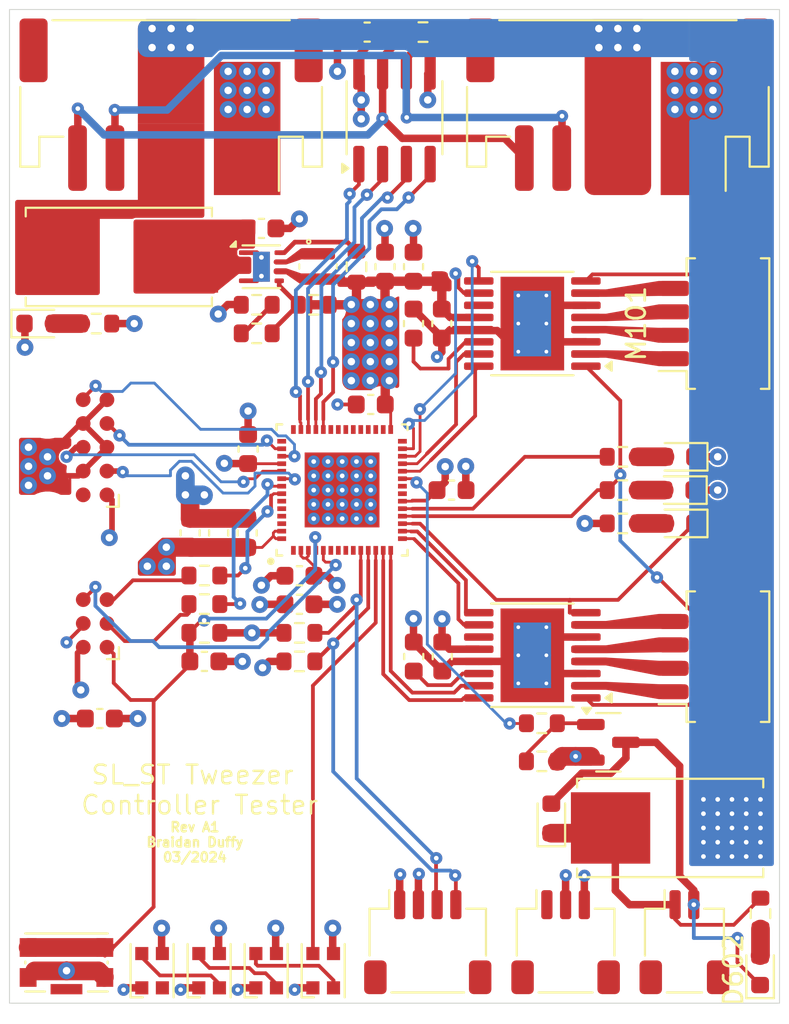
<source format=kicad_pcb>
(kicad_pcb (version 20240108) (generator "pcbnew") (generator_version "8.0")
  (layers (0 "F.Cu" signal) (1 "In1.Cu" signal) (2 "In2.Cu" signal) (31 "B.Cu" signal) (34 "B.Paste" user) (35 "F.Paste" user) (36 "B.SilkS" user "B.Silkscreen") (37 "F.SilkS" user "F.Silkscreen") (38 "B.Mask" user) (39 "F.Mask" user) (44 "Edge.Cuts" user))
  (net 0 "")
  (net 1 "+3V3")
  (net 2 "GND")
  (net 3 "/Microcontroller/~{EN}")
  (net 4 "Net-(U301-VINT)")
  (net 5 "Net-(U302-VINT)")
  (net 6 "VBUS")
  (net 7 "/Microcontroller/NEO_DATA")
  (net 8 "Net-(D201-DOUT)")
  (net 9 "/Microcontroller/LED_A")
  (net 10 "/Stepper Drivers/~{MTR_FAULT}")
  (net 11 "/Power Supply/3V3_LED")
  (net 12 "/RS_485+")
  (net 13 "/RS_485-")
  (net 14 "/SCL")
  (net 15 "/SDA")
  (net 16 "/SW_SIG")
  (net 17 "/TXD0_C")
  (net 19 "/Microcontroller/MTMS")
  (net 20 "/Microcontroller/MTCK")
  (net 21 "/Microcontroller/MTDI")
  (net 22 "/Microcontroller/MTDO")
  (net 23 "Net-(U401-SW)")
  (net 24 "/Stepper Drivers/Z_AXIS_BOUT1")
  (net 25 "/Stepper Drivers/Z_AXIS_AOUT1")
  (net 26 "/Stepper Drivers/Z_AXIS_AOUT2")
  (net 27 "/Stepper Drivers/Z_AXIS_BOUT2")
  (net 28 "/Stepper Drivers/C_AXIS_AOUT1")
  (net 29 "/Stepper Drivers/C_AXIS_AOUT2")
  (net 30 "/Stepper Drivers/C_AXIS_BOUT2")
  (net 31 "/Stepper Drivers/C_AXIS_BOUT1")
  (net 32 "/Microcontroller/U0TXD")
  (net 33 "/RXD0_C")
  (net 34 "/Microcontroller/U0RXD")
  (net 35 "/Microcontroller/ACT_LED")
  (net 36 "/Stepper Drivers/~{MTR_SLEEP}")
  (net 37 "Net-(U401-PG)")
  (net 38 "Net-(R402-Pad2)")
  (net 39 "Net-(U401-FB)")
  (net 40 "/Microcontroller/C_AXIS_BIN2")
  (net 41 "/Microcontroller/Z_AXIS_BIN1")
  (net 44 "/Communications/DI")
  (net 48 "/Communications/~{RE}")
  (net 53 "/Microcontroller/C_AXIS_BIN1")
  (net 57 "/Solenoid Driver/COIL_NEG")
  (net 59 "/Microcontroller/GPIO0")
  (net 62 "/Communications/RO")
  (net 64 "/Microcontroller/Z_AXIS_BIN2")
  (net 70 "/Microcontroller/C_AXIS_AIN2")
  (net 71 "/Communications/DE")
  (net 72 "/Microcontroller/Z_AXIS_AIN1")
  (net 73 "/Microcontroller/C_AXIS_AIN1")
  (net 75 "/Microcontroller/Z_AXIS_AIN2")
  (net 78 "Net-(D203-DOUT)")
  (net 79 "Net-(D202-DOUT)")
  (net 81 "Net-(D301-A)")
  (net 82 "Net-(D302-A)")
  (net 83 "/Solenoid Driver/COIL_POS")
  (net 84 "Net-(Q601-G)")
  (net 85 "/Power Supply/VBUS_P")
  (net 86 "Net-(D602-A)")
  (net 87 "/Microcontroller/VALVE_CTRL")
  (footprint "Resistor_SMD:R_0603_1608Metric" (layer "F.Cu") (at 144.272 71.817 180)
    (property "Reference" "R501" (hide yes))
    (property "Value" "120R")
  )
  (footprint "Resistor_SMD:R_0603_1608Metric" (layer "F.Cu") (at 138.431 86.374)
    (property "Reference" "R403" (hide yes))
    (property "Value" "1k")
  )
  (footprint "Connector_JST:JST_SH_SM03B-SRSS-TB_1x03-1MP_P1.00mm_Horizontal" (layer "F.Cu") (at 151.892 120.396)
    (property "Reference" "J103" (hide yes))
    (property "Value" "Limit Switch")
  )
  (footprint "Connector_Molex:Molex_PicoBlade_53261-0471_1x04-1MP_P1.25mm_Horizontal" (layer "F.Cu") (at 160.066 87.376 90)
    (property "Reference" "M101")
    (property "Value" "Z-Axis")
  )
  (footprint "Capacitor_SMD:C_0603_1608Metric" (layer "F.Cu") (at 141.478 91.694 180)
    (property "Reference" "C201" (hide yes))
    (property "Value" "1u")
  )
  (footprint "Resistor_SMD:R_0603_1608Metric" (layer "F.Cu") (at 132.588 100.825 180)
    (property "Reference" "R102" (hide yes))
    (property "Value" "100R")
  )
  (footprint "Capacitor_SMD:C_0603_1608Metric" (layer "F.Cu") (at 143.776 105.1505 90)
    (property "Reference" "C304" (hide yes))
    (property "Value" "2u2")
  )
  (footprint "Capacitor_SMD:C_0603_1608Metric" (layer "F.Cu") (at 134.925 94.0745 90)
    (property "Reference" "C207" (hide yes))
    (property "Value" "1u")
  )
  (footprint "Capacitor_SMD:C_0603_1608Metric" (layer "F.Cu") (at 127 108.458)
    (property "Reference" "C101" (hide yes))
    (property "Value" "1u")
  )
  (footprint "Fuse:Fuseholder_Littelfuse_Nano2_154x" (layer "F.Cu") (at 128.016 83.82 180)
    (property "Reference" "F401" (hide yes))
    (property "Value" "1A5")
  )
  (footprint "Capacitor_SMD:C_0603_1608Metric" (layer "F.Cu") (at 142.241 84.342 90)
    (property "Reference" "C403" (hide yes))
    (property "Value" "10u")
  )
  (footprint "Package_TO_SOT_SMD:SOT-23" (layer "F.Cu") (at 154.178 109.728)
    (property "Reference" "Q601" (hide yes))
    (property "Value" "AO3400A")
  )
  (footprint "Connector_JST:JST_PH_S6B-PH-SM4-TB_1x06-1MP_P2.00mm_Horizontal" (layer "F.Cu") (at 130.81 75.692 180)
    (property "Reference" "J101" (hide yes))
    (property "Value" "PnP Interface")
  )
  (footprint "Inductor_SMD:L_Coilcraft_XFL2010" (layer "F.Cu") (at 138.663 84.328 -90)
    (property "Reference" "L401" (hide yes))
    (property "Value" "2u2")
  )
  (footprint "Resistor_SMD:R_0603_1608Metric" (layer "F.Cu") (at 140.717 84.342 -90)
    (property "Reference" "R401" (hide yes))
    (property "Value" "100k")
  )
  (footprint "Resistor_SMD:R_0603_1608Metric" (layer "F.Cu") (at 132.588 102.35 180)
    (property "Reference" "R101" (hide yes))
    (property "Value" "100R")
  )
  (footprint "Capacitor_SMD:C_0603_1608Metric" (layer "F.Cu") (at 137.668 100.838 180)
    (property "Reference" "C202" (hide yes))
    (property "Value" "1u")
  )
  (footprint "Resistor_SMD:R_0603_1608Metric" (layer "F.Cu") (at 126.809 87.376)
    (property "Reference" "R405" (hide yes))
    (property "Value" "1k")
  )
  (footprint "Diode_SMD:D_0603_1608Metric" (layer "F.Cu") (at 151.13 113.792 90)
    (property "Reference" "D601" (hide yes))
    (property "Value" "SM4007L")
  )
  (footprint "Capacitor_SMD:C_0603_1608Metric" (layer "F.Cu") (at 141.287 71.817 180)
    (property "Reference" "C501" (hide yes))
    (property "Value" "1u")
  )
  (footprint "LED_SMD:LED_0603_1608Metric" (layer "F.Cu") (at 157.988 94.488 180)
    (property "Reference" "D205" (hide yes))
    (property "Value" "Blue")
  )
  (footprint "Package_SON:WSON-8-1EP_2x2mm_P0.5mm_EP0.9x1.6mm_ThermalVias" (layer "F.Cu") (at 135.637 84.342)
    (property "Reference" "U401" (hide yes))
    (property "Value" "TPS62160DSG")
  )
  (footprint "Capacitor_SMD:C_0603_1608Metric" (layer "F.Cu") (at 143.765 84.342 90)
    (property "Reference" "C402" (hide yes))
    (property "Value" "10u")
  )
  (footprint "LED_SMD:LED_WS2812B-2020_PLCC4_2.0x2.0mm" (layer "F.Cu") (at 138.938 121.92 90)
    (property "Reference" "D201" (hide yes))
    (property "Value" "Status")
  )
  (footprint "Capacitor_SMD:C_0603_1608Metric" (layer "F.Cu") (at 145.796 96.266)
    (property "Reference" "C208" (hide yes))
    (property "Value" "1u")
  )
  (footprint "Resistor_SMD:R_0603_1608Metric" (layer "F.Cu") (at 162.306 118.872 90)
    (property "Reference" "R603" (hide yes))
    (property "Value" "3k0")
  )
  (footprint "Resistor_SMD:R_0603_1608Metric" (layer "F.Cu") (at 154.94 98.044 180)
    (property "Reference" "R301" (hide yes))
    (property "Value" "1k")
  )
  (footprint "Resistor_SMD:R_0603_1608Metric" (layer "F.Cu") (at 132.588 103.886)
    (property "Reference" "R201" (hide yes))
    (property "Value" "1k")
  )
  (footprint "LED_SMD:LED_0603_1608Metric" (layer "F.Cu") (at 123.761 87.376)
    (property "Reference" "D401" (hide yes))
    (property "Value" "RED")
  )
  (footprint "Resistor_SMD:R_0603_1608Metric" (layer "F.Cu") (at 137.668 105.41 180)
    (property "Reference" "R203" (hide yes))
    (property "Value" "1k")
  )
  (footprint "Capacitor_SMD:C_0603_1608Metric" (layer "F.Cu") (at 132.588 105.41)
    (property "Reference" "C204" (hide yes))
    (property "Value" "1u")
  )
  (footprint "Resistor_SMD:R_0603_1608Metric" (layer "F.Cu") (at 154.94 94.488 180)
    (property "Reference" "R204" (hide yes))
    (property "Value" "1k")
  )
  (footprint "Resistor_SMD:R_0603_1608Metric" (layer "F.Cu") (at 150.622 108.712)
    (property "Reference" "R601" (hide yes))
    (property "Value" "220R")
  )
  (footprint "Capacitor_SMD:C_0603_1608Metric" (layer "F.Cu") (at 137.668 102.362 180)
    (property "Reference" "C203" (hide yes))
    (property "Value" "1u")
  )
  (footprint "Connector:Tag-Connect_TC2030-IDC-FP_2x03_P1.27mm_Vertical" (layer "F.Cu") (at 126.75 103.382 90)
    (property "Reference" "J104" (hide yes))
    (property "Value" "TC2030 PROG")
  )
  (footprint "Capacitor_SMD:C_0603_1608Metric" (layer "F.Cu") (at 145.3 105.1505 -90)
    (property "Reference" "C301" (hide yes))
    (property "Value" "10u")
  )
  (footprint "Fuse:Fuseholder_Littelfuse_Nano2_154x" (layer "F.Cu") (at 157.48 114.3 180)
    (property "Reference" "F601" (hide yes))
    (property "Value" "1A")
  )
  (footprint "LED_SMD:LED_0603_1608Metric" (layer "F.Cu") (at 157.948 96.266 180)
    (property "Reference" "D302" (hide yes))
    (property "Value" "RED")
  )
  (footprint "Resistor_SMD:R_0603_1608Metric" (layer "F.Cu") (at 135.383 87.898)
    (property "Reference" "R404" (hide yes))
    (property "Value" "3k0")
  )
  (footprint "Capacitor_SMD:C_0603_1608Metric" (layer "F.Cu") (at 145.275 87.376 -90)
    (property "Reference" "C302" (hide yes))
    (property "Value" "10u")
  )
  (footprint "Capacitor_SMD:C_0603_1608Metric" (layer "F.Cu") (at 131.826 98.552 90)
    (property "Reference" "C102" (hide yes))
    (property "Value" "1u")
  )
  (footprint "Package_SO:HTSSOP-16-1EP_4.4x5mm_P0.65mm_EP3.4x5mm_Mask2.46x2.31mm_ThermalVias" (layer "F.Cu") (at 150.114 105.084 180)
    (property "Reference" "U302" (hide yes))
    (property "Value" "DRV8833PWP")
  )
  (footprint "Button_Switch_SMD:SW_Push_1P1T-SH_NO_CK_KMR2xxG" (layer "F.Cu") (at 125.219 121.481 180)
    (property "Reference" "SW201" (hide yes))
    (property "Value" "SW_Push")
  )
  (footprint "SL_ST Tweezers:PQFN40P700X700X106-57N" (layer "F.Cu") (at 139.9455 96.2575 90)
    (property "Reference" "U201" (hide yes))
    (property "Value" "ESP32-S3-PICO-1-N8R2")
  )
  (footprint "LED_SMD:LED_WS2812B-2020_PLCC4_2.0x2.0mm" (layer "F.Cu") (at 135.89 121.92 90)
    (property "Reference" "D202" (hide yes))
    (property "Value" "C-Axis")
  )
  (footprint "Capacitor_SMD:C_0603_1608Metric" (layer "F.Cu") (at 135.636 82.296)
    (property "Reference" "C401" (hide yes))
    (property "Value" "10u")
  )
  (footprint "LED_SMD:LED_0603_1608Metric" (layer "F.Cu") (at 162.286 121.9 90)
    (property "Reference" "D602")
    (property "Value" "Red")
  )
  (footprint "Connector:Tag-Connect_TC2050-IDC-FP_2x05_P1.27mm_Vertical" (layer "F.Cu") (at 126.746 93.98 90)
    (property "Reference" "J105" (hide yes))
    (property "Value" "TC2050 JTAG")
  )
  (footprint "LED_SMD:LED_WS2812B-2020_PLCC4_2.0x2.0mm" (layer "F.Cu") (at 132.842 121.92 90)
    (property "Reference" "D203" (hide yes))
    (property "Value" "Z-Axis")
  )
  (footprint "Connector_JST:JST_SH_SM02B-SRSS-TB_1x02-1MP_P1.00mm_Horizontal" (layer "F.Cu") (at 158.242 120.396)
    (property "Reference" "J107" (hide yes))
    (property "Value" "Valve Coil")
  )
  (footprint "Package_SO:SOIC-8_3.9x4.9mm_P1.27mm" (layer "F.Cu") (at 142.748 76.389 90)
    (property "Reference" "U501" (hide yes))
    (property "Value" "MAX3078E")
  )
  (footprint "LED_SMD:LED_0603_1608Metric" (layer "F.Cu") (at 157.988 98.044 180)
    (property "Reference" "D301" (hide yes))
    (property "Value" "RED")
  )
  (footprint "Resistor_SMD:R_0603_1608Metric" (layer "F.Cu") (at 154.94 96.266 180)
    (property "Reference" "R302" (hide yes))
    (property "Value" "1k")
  )
  (footprint "Capacitor_SMD:C_0603_1608Metric" (layer "F.Cu") (at 133.35 98.552 90)
    (property "Reference" "C206" (hide yes))
    (property "Value" "1u")
  )
  (footprint "Resistor_SMD:R_0603_1608Metric" (layer "F.Cu") (at 137.668 103.886 180)
    (property "Reference" "R202" (hide yes))
    (property "Value" "1k")
  )
  (footprint "Capacitor_SMD:C_0603_1608Metric" (layer "F.Cu") (at 134.874 98.552 90)
    (property "Reference" "C205" (hide yes))
    (property "Value" "1u")
  )
  (footprint "Resistor_SMD:R_0603_1608Metric" (layer "F.Cu") (at 150.622 110.744 180)
    (property "Reference" "R602" (hide yes))
    (property "Value" "10k")
  )
  (footprint "Resistor_SMD:R_0603_1608Metric" (layer "F.Cu") (at 135.383 86.374)
    (property "Reference" "R402" (hide yes))
    (property "Value" "100R")
  )
  (footprint "Package_SO:HTSSOP-16-1EP_4.4x5mm_P0.65mm_EP3.4x5mm_Mask2.46x2.31mm_ThermalVias" (layer "F.Cu") (at 150.114 87.376 180)
    (property "Reference" "U301" (hide yes))
    (property "Value" "DRV8833PWP")
  )
  (footprint "Connector_Molex:Molex_PicoBlade_53261-0471_1x04-1MP_P1.25mm_Horizontal" (layer "F.Cu") (at 160.066 105.156 90)
    (property "Reference" "M102" (hide yes))
    (property "Value" "C-Axis")
  )
  (footprint "Connector_JST:JST_SH_SM04B-SRSS-TB_1x04-1MP_P1.00mm_Horizontal" (layer "F.Cu") (at 144.526 120.396)
    (property "Reference" "J102" (hide yes))
    (property "Value" "Magnetic Encoder")
  )
  (footprint "Capacitor_SMD:C_0603_1608Metric" (layer "F.Cu") (at 143.764 87.376 90)
    (property "Reference" "C303" (hide yes))
    (property "Value" "2u2")
  )
  (footprint "Connector_JST:JST_PH_S6B-PH-SM4-TB_1x06-1MP_P2.00mm_Horizontal" (layer "F.Cu") (at 154.686 75.692 180)
    (property "Reference" "J106" (hide yes))
    (property "Value" "PnP Interface")
  )
  (footprint "LED_SMD:LED_WS2812B-2020_PLCC4_2.0x2.0mm" (layer "F.Cu") (at 129.794 121.92 90)
    (property "Reference" "D204" (hide yes))
    (property "Value" "Comms")
  )
  (gr_rect (start 122.174 70.612) (end 163.322 123.654) (stroke (width 0.05)) (fill none) (layer "Edge.Cuts"))
  (gr_text "SL_ST Tweezer \nController Tester" (at 132.334 112.268 0) (layer "F.SilkS") (effects (font (size 1 1) (thickness 0.125))))
  (gr_text "Rev A1\nBraidan Duffy\n03/2024" (at 132.08 115.062 0) (layer "F.SilkS") (effects (font (size 0.5 0.5) (thickness 0.125))))
  (segment (start 138.1455 99.7795) (end 138.1455 99.4825) (width 0.15) (layer "F.Cu") (net 1))
  (segment (start 131.826 99.327) (end 134.874 99.327) (width 1) (layer "F.Cu") (net 1))
  (segment (start 136.04 105.41) (end 135.7 105.75) (width 0.4) (layer "F.Cu") (net 1))
  (segment (start 136.275 98.55) (end 136.275 98.725) (width 0.15) (layer "F.Cu") (net 1))
  (segment (start 127.584 87.376) (end 128.841 87.376) (width 0.4) (layer "F.Cu") (net 1))
  (segment (start 138.43 100.838) (end 139.163 100.838) (width 0.4) (layer "F.Cu") (net 1))
  (segment (start 140.843 73.036) (end 142.062 71.817) (width 0.4) (layer "F.Cu") (net 1))
  (segment (start 143.7055 96.8325) (end 143.713 96.825) (width 0.2) (layer "F.Cu") (net 1))
  (segment (start 127.6513 98.38969) (end 127.6513 96.7903) (width 0.3) (layer "F.Cu") (net 1))
  (segment (start 134.467 122.835) (end 134.366 122.936) (width 0.4) (layer "F.Cu") (net 1))
  (segment (start 133.35 103.886) (end 135.128 103.886) (width 0.4) (layer "F.Cu") (net 1))
  (segment (start 145.288 104.394) (end 145.288 103.137) (width 0.4) (layer "F.Cu") (net 1))
  (segment (start 139.163 100.838) (end 139.675 101.35) (width 0.4) (layer "F.Cu") (net 1))
  (segment (start 142.5455 93.0325) (end 142.5455 91.9865) (width 0.15) (layer "F.Cu") (net 1))
  (segment (start 136.3675 98.4575) (end 136.275 98.55) (width 0.15) (layer "F.Cu") (net 1))
  (segment (start 143.713 96.825) (end 144.462 96.825) (width 0.2) (layer "F.Cu") (net 1))
  (segment (start 138.443 100.318) (end 138.443 100.838) (width 0.15) (layer "F.Cu") (net 1))
  (segment (start 144.026 118.396) (end 144.026 116.774) (width 0.4) (layer "F.Cu") (net 1))
  (segment (start 138.388 122.835) (end 137.515 122.835) (width 0.4) (layer "F.Cu") (net 1))
  (segment (start 145.458 95.009) (end 145.458 95.829) (width 0.4) (layer "F.Cu") (net 1))
  (segment (start 151.875 116.85) (end 151.9 116.825) (width 0.4) (layer "F.Cu") (net 1))
  (segment (start 134.933 94.8575) (end 134.925 94.8495) (width 0.15) (layer "F.Cu") (net 1))
  (segment (start 137.7455 99.7705) (end 137.875 99.9) (width 0.15) (layer "F.Cu") (net 1))
  (segment (start 143.6805 96.8575) (end 143.7055 96.8325) (width 0.15) (layer "F.Cu") (net 1))
  (segment (start 138.43 102.362) (end 139.687 102.362) (width 0.4) (layer "F.Cu") (net 1))
  (segment (start 140.97 75.197) (end 140.97 76.454) (width 0.4) (layer "F.Cu") (net 1))
  (segment (start 144.462 96.825) (end 145.021 96.266) (width 0.2) (layer "F.Cu") (net 1))
  (segment (start 127.508 98.806) (end 127.6513 98.38969) (width 0.3) (layer "F.Cu") (net 1))
  (segment (start 127.6513 96.7903) (end 127.381 96.52) (width 0.3) (layer "F.Cu") (net 1))
  (segment (start 140.843 73.914) (end 140.843 73.036) (width 0.4) (layer "F.Cu") (net 1))
  (segment (start 125.80745 104.95955) (end 125.80745 106.75745) (width 0.3) (layer "F.Cu") (net 1))
  (segment (start 136.906 105.41) (end 136.04 105.41) (width 0.4) (layer "F.Cu") (net 1))
  (segment (start 135.673 99.327) (end 134.874 99.327) (width 0.15) (layer "F.Cu") (net 1))
  (segment (start 136.7205 94.8575) (end 134.933 94.8575) (width 0.15) (layer "F.Cu") (net 1))
  (segment (start 154.178 98.044) (end 152.921 98.044) (width 0.4) (layer "F.Cu") (net 1))
  (segment (start 151.892 116.833) (end 151.9 116.825) (width 0.4) (layer "F.Cu") (net 1))
  (segment (start 147.2515 104.759) (end 145.6835 104.759) (width 0.4) (layer "F.Cu") (net 1))
  (segment (start 145.458 95.829) (end 145.021 96.266) (width 0.4) (layer "F.Cu") (net 1))
  (segment (start 140.97 74.181) (end 140.97 75.438) (width 0.4) (layer "F.Cu") (net 1))
  (segment (start 138.025 99.9) (end 138.443 100.318) (width 0.15) (layer "F.Cu") (net 1))
  (segment (start 129.244 122.835) (end 128.371 122.835) (width 0.4) (layer "F.Cu") (net 1))
  (segment (start 135.34 122.835) (end 134.467 122.835) (width 0.4) (layer "F.Cu") (net 1))
  (segment (start 131.445002 122.835) (end 131.344002 122.936) (width 0.4) (layer "F.Cu") (net 1))
  (segment (start 138.025 99.9) (end 138.1455 99.7795) (width 0.15) (layer "F.Cu") (net 1))
  (segment (start 144.026 116.774) (end 144.05 116.75) (width 0.4) (layer "F.Cu") (net 1))
  (segment (start 132.292 122.835) (end 131.445002 122.835) (width 0.4) (layer "F.Cu") (net 1))
  (segment (start 125.80745 106.75745) (end 125.984 106.934) (width 0.3) (layer "F.Cu") (net 1))
  (segment (start 136.720501 98.4575) (end 136.3675 98.4575) (width 0.15) (layer "F.Cu") (net 1))
  (segment (start 137.515 122.835) (end 137.414 122.936) (width 0.4) (layer "F.Cu") (net 1))
  (segment (start 136.275 98.725) (end 136.4075 98.8575) (width 0.15) (layer "F.Cu") (net 1))
  (segment (start 151.892 118.396) (end 151.892 116.833) (width 0.4) (layer "F.Cu") (net 1))
  (segment (start 136.275 98.725) (end 135.673 99.327) (width 0.15) (layer "F.Cu") (net 1))
  (segment (start 137.875 99.9) (end 138.025 99.9) (width 0.15) (layer "F.Cu") (net 1))
  (segment (start 128.371 122.835) (end 128.27 122.936) (width 0.4) (layer "F.Cu") (net 1))
  (segment (start 145.725 87.051) (end 145.275 86.601) (width 0.4) (layer "F.Cu") (net 1))
  (segment (start 136.4075 98.8575) (end 136.7205 98.8575) (width 0.15) (layer "F.Cu") (net 1))
  (segment (start 133.668 94.8495) (end 133.655 94.8365) (width 0.4) (layer "F.Cu") (net 1))
  (segment (start 126.225 108.458) (end 124.968 108.458) (width 0.4) (layer "F.Cu") (net 1))
  (segment (start 145.6835 104.759) (end 145.3 104.3755) (width 0.4) (layer "F.Cu") (net 1))
  (segment (start 137.7455 99.482499) (end 137.7455 99.7705) (width 0.15) (layer "F.Cu") (net 1))
  (segment (start 142.5455 91.9865) (end 142.253 91.694) (width 0.15) (layer "F.Cu") (net 1))
  (segment (start 131.318 122.962002) (end 131.344002 122.936) (width 0.4) (layer "F.Cu") (net 1))
  (segment (start 143.170499 96.8575) (end 143.6805 96.8575) (width 0.15) (layer "F.Cu") (net 1))
  (segment (start 136.843 103.886) (end 135.128 103.886) (width 0.4) (layer "F.Cu") (net 1))
  (segment (start 131.344002 122.936) (end 131.318 122.936) (width 0.4) (layer "F.Cu") (net 1))
  (segment (start 127.627014 98.413976) (end 127.508 98.806) (width 0.3) (layer "F.Cu") (net 1))
  (segment (start 134.925 94.8495) (end 133.668 94.8495) (width 0.4) (layer "F.Cu") (net 1))
  (segment (start 131.318 122.936) (end 131.318 122.962002) (width 0.4) (layer "F.Cu") (net 1))
  (segment (start 126.115 104.652) (end 125.80745 104.95955) (width 0.3) (layer "F.Cu") (net 1))
  (segment (start 131.559 99.06) (end 131.826 99.327) (width 0.3) (layer "F.Cu") (net 1))
  (segment (start 147.2515 87.051) (end 145.725 87.051) (width 0.4) (layer "F.Cu") (net 1))
  (segment (start 134.925 94.5005) (end 134.925 94.8495) (width 0.15) (layer "F.Cu") (net 1))
  (via (at 144.05 116.75) (size 0.65) (drill 0.25) (layers "F.Cu" "B.Cu") (net 1))
  (via (at 145.458 95.009) (size 0.9) (drill 0.4) (layers "F.Cu" "B.Cu") (net 1))
  (via (at 127.508 98.806) (size 0.9) (drill 0.4) (layers "F.Cu" "B.Cu") (net 1))
  (via (at 128.841 87.376) (size 0.9) (drill 0.4) (layers "F.Cu" "B.Cu") (net 1))
  (via (at 130.556 99.314) (size 0.9) (drill 0.4) (layers "F.Cu" "B.Cu") (net 1))
  (via (at 142.473 90.424) (size 0.9) (drill 0.4) (layers "F.Cu" "B.Cu") (net 1))
  (via (at 137.414 122.936) (size 0.65) (drill 0.25) (layers "F.Cu" "B.Cu") (net 1))
  (via (at 141.457 88.392) (size 0.9) (drill 0.4) (layers "F.Cu" "B.Cu") (net 1))
  (via (at 134.366 122.936) (size 0.65) (drill 0.25) (layers "F.Cu" "B.Cu") (net 1))
  (via (at 141.457 86.36) (size 0.9) (drill 0.4) (layers "F.Cu" "B.Cu") (net 1))
  (via (at 125.984 106.934) (size 0.9) (drill 0.4) (layers "F.Cu" "B.Cu") (net 1))
  (via (at 142.473 88.392) (size 0.9) (drill 0.4) (layers "F.Cu" "B.Cu") (net 1))
  (via (at 151.9 116.825) (size 0.65) (drill 0.25) (layers "F.Cu" "B.Cu") (net 1))
  (via (at 141.457 90.424) (size 0.9) (drill 0.4) (layers "F.Cu" "B.Cu") (net 1))
  (via (at 128.27 122.936) (size 0.65) (drill 0.25) (layers "F.Cu" "B.Cu") (net 1))
  (via (at 135.128 103.886) (size 0.9) (drill 0.4) (layers "F.Cu" "B.Cu") (net 1))
  (via (at 140.441 86.36) (size 0.9) (drill 0.4) (layers "F.Cu" "B.Cu") (net 1))
  (via (at 140.441 89.408) (size 0.9) (drill 0.4) (layers "F.Cu" "B.Cu") (net 1))
  (via (at 142.473 87.376) (size 0.9) (drill 0.4) (layers "F.Cu" "B.Cu") (net 1))
  (via (at 142.473 86.36) (size 0.9) (drill 0.4) (layers "F.Cu" "B.Cu") (net 1))
  (via (at 131.318 122.936) (size 0.65) (drill 0.25) (layers "F.Cu" "B.Cu") (net 1))
  (via (at 140.97 76.454) (size 0.9) (drill 0.4) (layers "F.Cu" "B.Cu") (net 1))
  (via (at 142.473 89.408) (size 0.9) (drill 0.4) (layers "F.Cu" "B.Cu") (net 1))
  (via (at 145.288 103.137) (size 0.9) (drill 0.4) (layers "F.Cu" "B.Cu") (net 1))
  (via (at 152.921 98.044) (size 0.9) (drill 0.4) (layers "F.Cu" "B.Cu") (net 1))
  (via (at 130.556 100.33) (size 0.9) (drill 0.4) (layers "F.Cu" "B.Cu") (net 1))
  (via (at 124.968 108.458) (size 0.9) (drill 0.4) (layers "F.Cu" "B.Cu") (net 1))
  (via (at 141.457 87.376) (size 0.9) (drill 0.4) (layers "F.Cu" "B.Cu") (net 1))
  (via (at 139.687 102.362) (size 0.9) (drill 0.4) (layers "F.Cu" "B.Cu") (net 1))
  (via (at 140.441 88.392) (size 0.9) (drill 0.4) (layers "F.Cu" "B.Cu") (net 1))
  (via (at 139.675 101.35) (size 0.9) (drill 0.4) (layers "F.Cu" "B.Cu") (net 1))
  (via (at 129.54 100.33) (size 0.9) (drill 0.4) (layers "F.Cu" "B.Cu") (net 1))
  (via (at 141.457 89.408) (size 0.9) (drill 0.4) (layers "F.Cu" "B.Cu") (net 1))
  (via (at 135.7 105.75) (size 0.9) (drill 0.4) (layers "F.Cu" "B.Cu") (net 1))
  (via (at 140.441 87.376) (size 0.9) (drill 0.4) (layers "F.Cu" "B.Cu") (net 1))
  (via (at 133.655 94.8365) (size 0.9) (drill 0.4) (layers "F.Cu" "B.Cu") (net 1))
  (via (at 140.441 90.424) (size 0.9) (drill 0.4) (layers "F.Cu" "B.Cu") (net 1))
  (via (at 140.97 75.438) (size 0.9) (drill 0.4) (layers "F.Cu" "B.Cu") (net 1))
  (segment (start 124.968 108.458) (end 125.222 108.458) (width 0.4) (layer "B.Cu") (net 1))
  (segment (start 145.275 88.151) (end 145.675 87.751) (width 0.4) (layer "F.Cu") (net 2))
  (segment (start 133.329 86.868) (end 133.604 86.593) (width 0.4) (layer "F.Cu") (net 2))
  (segment (start 125.211 121.931) (end 123.519001 121.931) (width 1) (layer "F.Cu") (net 2))
  (segment (start 127.381 91.44) (end 126.111 92.71) (width 0.3) (layer "F.Cu") (net 2))
  (segment (start 158.75 94.488) (end 160.02 94.488) (width 0.4) (layer "F.Cu") (net 2))
  (segment (start 142.241 82.572) (end 142.219 82.296) (width 0.4) (layer "F.Cu") (net 2))
  (segment (start 127.381 93.98) (end 126.111 95.25) (width 0.3) (layer "F.Cu") (net 2))
  (segment (start 140.703 91.694) (end 139.7 91.694) (width 0.2) (layer "F.Cu") (net 2))
  (segment (start 122.999 87.376) (end 122.999 88.646) (width 0.4) (layer "F.Cu") (net 2))
  (segment (start 126.111 92.71) (end 127.381 93.98) (width 0.3) (layer "F.Cu") (net 2))
  (segment (start 133.363 105.41) (end 134.62 105.41) (width 0.4) (layer "F.Cu") (net 2))
  (segment (start 145.725 87.701) (end 145.275 88.151) (width 0.4) (layer "F.Cu") (net 2))
  (segment (start 147.2515 105.409) (end 149.789 105.409) (width 0.4) (layer "F.Cu") (net 2))
  (segment (start 131.826 97.777) (end 131.826 96.774) (width 1) (layer "F.Cu") (net 2))
  (segment (start 135.387 83.592) (end 135.637 83.842) (width 0.25) (layer "F.Cu") (net 2))
  (segment (start 127.775 108.458) (end 129.032 108.458) (width 0.4) (layer "F.Cu") (net 2))
  (segment (start 145.275 88.112) (end 143.764 86.601) (width 0.4) (layer "F.Cu") (net 2))
  (segment (start 127.242 122.254001) (end 127.242 122.281) (width 1) (layer "F.Cu") (net 2))
  (segment (start 152.9765 104.109) (end 151.089 104.109) (width 0.4) (layer "F.Cu") (net 2))
  (segment (start 139.7 72.629) (end 140.512 71.817) (width 0.4) (layer "F.Cu") (net 2))
  (segment (start 147.2515 87.701) (end 145.725 87.701) (width 0.4) (layer "F.Cu") (net 2))
  (segment (start 148.239 87.751) (end 149.364 88.876) (width 0.4) (layer "F.Cu") (net 2))
  (segment (start 145.8165 105.409) (end 145.3 105.9255) (width 0.4) (layer "F.Cu") (net 2))
  (segment (start 126.115 103.501) (end 125.222 104.394) (width 0.2) (layer "F.Cu") (net 2))
  (segment (start 152.425 110.478) (end 153.2405 110.478) (width 1) (layer "F.Cu") (net 2))
  (segment (start 125.984 92.71) (end 124.206 94.488) (width 0.3) (layer "F.Cu") (net 2))
  (segment (start 143.743 82.296) (end 143.743 82.55) (width 0.4) (layer "F.Cu") (net 2))
  (segment (start 149.789 105.409) (end 150.114 105.084) (width 0.4) (layer "F.Cu") (net 2))
  (segment (start 145.275 88.151) (end 145.275 88.112) (width 0.4) (layer "F.Cu") (net 2))
  (segment (start 126.115 103.382) (end 126.115 103.501) (width 0.2) (layer "F.Cu") (net 2))
  (segment (start 126.918999 121.931) (end 127.242 122.254001) (width 1) (layer "F.Cu") (net 2))
  (segment (start 152.9765 106.059) (end 151.089 106.059) (width 0.4) (layer "F.Cu") (net 2))
  (segment (start 143.765 83.567) (end 143.765 82.572) (width 0.4) (layer "F.Cu") (net 2))
  (segment (start 151.089 106.059) (end 150.114 105.084) (width 0.4) (layer "F.Cu") (net 2))
  (segment (start 144.526 74.041) (end 144.653 73.914) (width 0.4) (layer "F.Cu") (net 2))
  (segment (start 137.16 82.296) (end 137.668 81.788) (width 0.4) (layer "F.Cu") (net 2))
  (segment (start 125.857 95.504) (end 126.111 95.25) (width 0.3) (layer "F.Cu") (net 2))
  (segment (start 136.893 100.838) (end 136.144 100.838) (width 0.4) (layer "F.Cu") (net 2))
  (segment (start 131.826 97.777) (end 134.874 97.777) (width 1) (layer "F.Cu") (net 2))
  (segment (start 134.687 85.092) (end 135.387 85.092) (width 0.25) (layer "F.Cu") (net 2))
  (segment (start 151.089 104.109) (end 150.114 105.084) (width 0.4) (layer "F.Cu") (net 2))
  (segment (start 133.35 120.904) (end 133.35 119.647) (width 0.4) (layer "F.Cu") (net 2))
  (segment (start 135.563 102.362) (end 135.55 102.375) (width 0.4) (layer "F.Cu") (net 2))
  (segment (start 152.892 118.396) (end 152.892 116.858) (width 0.4) (layer "F.Cu") (net 2))
  (segment (start 158.75 96.266) (end 160.02 96.266) (width 0.4) (layer "F.Cu") (net 2))
  (segment (start 143.026 116.799) (end 143.05 116.775) (width 0.4) (layer "F.Cu") (net 2))
  (segment (start 143.765 82.572) (end 143.743 82.296) (width 0.4) (layer "F.Cu") (net 2))
  (segment (start 136.398 120.904) (end 136.398 119.647) (width 0.4) (layer "F.Cu") (net 2))
  (segment (start 143.776 104.4015) (end 145.3 105.9255) (width 0.4) (layer "F.Cu") (net 2))
  (segment (start 124.206 95.504) (end 125.857 95.504) (width 0.3) (layer "F.Cu") (net 2))
  (segment (start 145.138 88.288) (end 145.275 88.151) (width 0.4) (layer "F.Cu") (net 2))
  (segment (start 143.026 118.396) (end 143.026 116.799) (width 0.4) (layer "F.Cu") (net 2))
  (segment (start 142.241 83.567) (end 142.241 82.572) (width 0.4) (layer "F.Cu") (net 2))
  (segment (start 143.764 104.381) (end 143.764 103.124) (width 0.4) (layer "F.Cu") (net 2))
  (segment (start 134.599 86.36) (end 133.837 86.36) (width 0.4) (layer "F.Cu") (net 2))
  (segment (start 152.892 116.858) (end 152.9 116.85) (width 0.4) (layer "F.Cu") (net 2))
  (segment (start 135.387 85.092) (end 135.637 84.842) (width 0.25) (layer "F.Cu") (net 2))
  (segment (start 145.275 88.899106) (end 145.022156 89.15195) (width 0.4) (layer "F.Cu") (net 2))
  (segment (start 125.222 121.92) (end 125.233 121.931) (width 1) (layer "F.Cu") (net 2))
  (segment (start 152.9765 88.351) (end 151.089 88.351) (width 0.4) (layer "F.Cu") (net 2))
  (segment (start 136.893 102.362) (end 135.563 102.362) (width 0.4) (layer "F.Cu") (net 2))
  (segment (start 151.713 110.478) (end 152.425 110.478) (width 1) (layer "F.Cu") (net 2))
  (segment (start 151.447 110.744) (end 151.713 110.478) (width 1) (layer "F.Cu") (net 2))
  (segment (start 130.302 120.904) (end 130.302 119.647) (width 0.4) (layer "F.Cu") (net 2))
  (segment (start 143.776 104.3755) (end 143.776 104.4015) (width 0.4) (layer "F.Cu") (net 2))
  (segment (start 146.558 96.266) (end 146.558 94.996) (width 0.4) (layer "F.Cu") (net 2))
  (segment (start 151.089 86.401) (end 150.114 87.376) (width 0.4) (layer "F.Cu") (net 2))
  (segment (start 125.222 121.92) (end 125.211 121.931) (width 1) (layer "F.Cu") (net 2))
  (segment (start 139.7 73.914) (end 139.7 72.629) (width 0.4) (layer "F.Cu") (net 2))
  (segment (start 147.2515 105.409) (end 145.8165 105.409) (width 0.4) (layer "F.Cu") (net 2))
  (segment (start 145.275 88.151) (end 145.275 88.899106) (width 0.4) (layer "F.Cu") (net 2))
  (segment (start 136.144 100.838) (end 135.636 101.346) (width 0.4) (layer "F.Cu") (net 2))
  (segment (start 126.111 92.71) (end 125.984 92.71) (width 0.3) (layer "F.Cu") (net 2))
  (segment (start 134.687 83.592) (end 135.387 83.592) (width 0.25) (layer "F.Cu") (net 2))
  (segment (start 134.925 93.3125) (end 134.925 92.0425) (width 0.4) (layer "F.Cu") (net 2))
  (segment (start 142.219 82.296) (end 142.219 82.55) (width 0.4) (layer "F.Cu") (net 2))
  (segment (start 144.526 75.438) (end 144.526 74.041) (width 0.4) (layer "F.Cu") (net 2))
  (segment (start 152.9765 86.401) (end 151.089 86.401) (width 0.4) (layer "F.Cu") (net 2))
  (segment (start 125.233 121.931) (end 126.918999 121.931) (width 1) (layer "F.Cu") (net 2))
  (segment (start 139.446 120.904) (end 139.446 119.647) (width 0.4) (layer "F.Cu") (net 2))
  (segment (start 136.398 82.296) (end 137.16 82.296) (width 0.4) (layer "F.Cu") (net 2))
  (segment (start 145.675 87.751) (end 148.239 87.751) (width 0.4) (layer "F.Cu") (net 2))
  (segment (start 133.837 86.36) (end 133.329 86.868) (width 0.4) (layer "F.Cu") (net 2))
  (segment (start 131.826 96.774) (end 131.572 96.52) (width 1) (layer "F.Cu") (net 2))
  (segment (start 151.089 88.351) (end 150.114 87.376) (width 0.4) (layer "F.Cu") (net 2))
  (via (at 157.734 73.914) (size 0.9) (drill 0.4) (layers "F.Cu" "B.Cu") (net 2))
  (via (at 142.219 82.296) (size 0.9) (drill 0.4) (layers "F.Cu" "B.Cu") (net 2))
  (via (at 139.192 97.028) (size 0.65) (drill 0.25) (layers "F.Cu" "B.Cu") (net 2))
  (via (at 130.302 119.647) (size 0.9) (drill 0.4) (layers "F.Cu" "B.Cu") (net 2))
  (via (at 140.716 94.742) (size 0.65) (drill 0.25) (layers "F.Cu" "B.Cu") (net 2))
  (via (at 135.636 101.346) (size 0.9) (drill 0.4) (layers "F.Cu" "B.Cu") (net 2))
  (via (at 139.192 97.79) (size 0.65) (drill 0.25) (layers "F.Cu" "B.Cu") (net 2))
  (via (at 138.43 97.028) (size 0.65) (drill 0.25) (layers "F.Cu" "B.Cu") (net 2))
  (via (at 139.7 73.914) (size 0.9) (drill 0.4) (layers "F.Cu" "B.Cu") (net 2))
  (via (at 139.192 94.742) (size 0.65) (drill 0.25) (layers "F.Cu" "B.Cu") (net 2))
  (via (at 160.02 96.266) (size 0.9) (drill 0.4) (layers "F.Cu" "B.Cu") (net 2))
  (via (at 138.43 96.266) (size 0.65) (drill 0.25) (layers "F.Cu" "B.Cu") (net 2))
  (via (at 145.022156 89.15195) (size 0.65) (drill 0.25) (layers "F.Cu" "B.Cu") (net 2))
  (via (at 152.9 116.85) (size 0.65) (drill 0.25) (layers "F.Cu" "B.Cu") (net 2))
  (via (at 134.62 105.41) (size 0.9) (drill 0.4) (layers "F.Cu" "B.Cu") (net 2))
  (via (at 133.35 119.647) (size 0.9) (drill 0.4) (layers "F.Cu" "B.Cu") (net 2))
  (via (at 141.478 97.79) (size 0.65) (drill 0.25) (layers "F.Cu" "B.Cu") (net 2))
  (via (at 139.954 97.028) (size 0.65) (drill 0.25) (layers "F.Cu" "B.Cu") (net 2))
  (via (at 122.999 88.646) (size 0.9) (drill 0.4) (layers "F.Cu" "B.Cu") (net 2))
  (via (at 158.75 73.914) (size 0.9) (drill 0.4) (layers "F.Cu" "B.Cu") (net 2))
  (via (at 141.478 95.504) (size 0.65) (drill 0.25) (layers "F.Cu" "B.Cu") (net 2))
  (via (at 136.398 119.647) (size 0.9) (drill 0.4) (layers "F.Cu" "B.Cu") (net 2))
  (via (at 141.478 96.266) (size 0.65) (drill 0.25) (layers "F.Cu" "B.Cu") (net 2))
  (via (at 135.89 73.914) (size 0.9) (drill 0.4) (layers "F.Cu" "B.Cu") (net 2))
  (via (at 158.75 74.93) (size 0.9) (drill 0.4) (layers "F.Cu" "B.Cu") (net 2))
  (via (at 160.02 94.488) (size 0.9) (drill 0.4) (layers "F.Cu" "B.Cu") (net 2))
  (via (at 139.192 95.504) (size 0.65) (drill 0.25) (layers "F.Cu" "B.Cu") (net 2))
  (via (at 159.766 73.914) (size 0.9) (drill 0.4) (layers "F.Cu" "B.Cu") (net 2))
  (via (at 140.716 95.504) (size 0.65) (drill 0.25) (layers "F.Cu" "B.Cu") (net 2))
  (via (at 159.766 75.946) (size 0.9) (drill 0.4) (layers "F.Cu" "B.Cu") (net 2))
  (via (at 135.89 75.946) (size 0.9) (drill 0.4) (layers "F.Cu" "B.Cu") (net 2))
  (via (at 135.55 102.375) (size 0.9) (drill 0.4) (layers "F.Cu" "B.Cu") (net 2))
  (via (at 139.954 97.79) (size 0.65) (drill 0.25) (layers "F.Cu" "B.Cu") (net 2))
  (via (at 158.75 75.946) (size 0.9) (drill 0.4) (layers "F.Cu" "B.Cu") (net 2))
  (via (at 138.43 95.504) (size 0.65) (drill 0.25) (layers "F.Cu" "B.Cu") (net 2))
  (via (at 139.954 94.742) (size 0.65) (drill 0.25) (layers "F.Cu" "B.Cu") (net 2))
  (via (at 133.858 74.93) (size 0.9) (drill 0.4) (layers "F.Cu" "B.Cu") (net 2))
  (via (at 134.874 74.93) (size 0.9) (drill 0.4) (layers "F.Cu" "B.Cu") (net 2))
  (via (at 146.558 94.996) (size 0.9) (drill 0.4) (layers "F.Cu" "B.Cu") (net 2))
  (via (at 143.743 82.296) (size 0.9) (drill 0.4) (layers "F.Cu" "B.Cu") (net 2))
  (via (at 133.858 75.946) (size 0.9) (drill 0.4) (layers "F.Cu" "B.Cu") (net 2))
  (via (at 134.925 92.0425) (size 0.9) (drill 0.4) (layers "F.Cu" "B.Cu") (net 2))
  (via (at 140.716 97.028) (size 0.65) (drill 0.25) (layers "F.Cu" "B.Cu") (net 2))
  (via (at 134.874 73.914) (size 0.9) (drill 0.4) (layers "F.Cu" "B.Cu") (net 2))
  (via (at 134.874 75.946) (size 0.9) (drill 0.4) (layers "F.Cu" "B.Cu") (net 2))
  (via (at 141.478 94.742) (size 0.65) (drill 0.25) (layers "F.Cu" "B.Cu") (net 2))
  (via (at 123.19 94.996) (size 0.9) (drill 0.4) (layers "F.Cu" "B.Cu") (net 2))
  (via (at 157.734 74.93) (size 0.9) (drill 0.4) (layers "F.Cu" "B.Cu") (net 2))
  (via (at 139.954 95.504) (size 0.65) (drill 0.25) (layers "F.Cu" "B.Cu") (net 2))
  (via (at 140.716 96.266) (size 0.65) (drill 0.25) (layers "F.Cu" "B.Cu") (net 2))
  (via (at 143.764 103.124) (size 0.9) (drill 0.4) (layers "F.Cu" "B.Cu") (net 2))
  (via (at 144.526 75.438) (size 0.9) (drill 0.4) (layers "F.Cu" "B.Cu") (net 2))
  (via (at 140.716 97.79) (size 0.65) (drill 0.25) (layers "F.Cu" "B.Cu") (net 2))
  (via (at 125.222 121.92) (size 0.9) (drill 0.4) (layers "F.Cu" "B.Cu") (net 2))
  (via (at 137.668 81.788) (size 0.9) (drill 0.4) (layers "F.Cu" "B.Cu") (net 2))
  (via (at 135.89 74.93) (size 0.9) (drill 0.4) (layers "F.Cu" "B.Cu") (net 2))
  (via (at 143.05 116.775) (size 0.65) (drill 0.25) (layers "F.Cu" "B.Cu") (net 2))
  (via (at 131.572 96.52) (size 0.9) (drill 0.4) (layers "F.Cu" "B.Cu") (net 2))
  (via (at 139.954 96.266) (size 0.65) (drill 0.25) (layers "F.Cu" "B.Cu") (net 2))
  (via (at 132.588 96.52) (size 0.9) (drill 0.4) (layers "F.Cu" "B.Cu") (net 2))
  (via (at 139.7 91.694) (size 0.65) (drill 0.25) (layers "F.Cu" "B.Cu") (net 2))
  (via (at 124.206 94.488) (size 0.9) (drill 0.4) (layers "F.Cu" "B.Cu") (net 2))
  (via (at 123.19 96.012) (size 0.9) (drill 0.4) (layers "F.Cu" "B.Cu") (net 2))
  (via (at 131.572 95.504) (size 0.9) (drill 0.4) (layers "F.Cu" "B.Cu") (net 2))
  (via (at 138.43 97.79) (size 0.65) (drill 0.25) (layers "F.Cu" "B.Cu") (net 2))
  (via (at 138.43 94.742) (size 0.65) (drill 0.25) (layers "F.Cu" "B.Cu") (net 2))
  (via (at 133.329 86.868) (size 0.9) (drill 0.4) (layers "F.Cu" "B.Cu") (net 2))
  (via (at 123.19 93.98) (size 0.9) (drill 0.4) (layers "F.Cu" "B.Cu") (net 2))
  (via (at 152.425 110.478) (size 0.65) (drill 0.25) (layers "F.Cu" "B.Cu") (net 2))
  (via (at 159.766 74.93) (size 0.9) (drill 0.4) (layers "F.Cu" "B.Cu") (net 2))
  (via (at 124.206 95.504) (size 0.9) (drill 0.4) (layers "F.Cu" "B.Cu") (net 2))
  (via (at 129.032 108.458) (size 0.9) (drill 0.4) (layers "F.Cu" "B.Cu") (net 2))
  (via (at 133.858 73.914) (size 0.9) (drill 0.4) (layers "F.Cu" "B.Cu") (net 2))
  (via (at 157.734 75.946) (size 0.9) (drill 0.4) (layers "F.Cu" "B.Cu") (net 2))
  (via (at 125.222 104.394) (size 0.65) (drill 0.25) (layers "F.Cu" "B.Cu") (net 2))
  (via (at 139.446 119.647) (size 0.9) (drill 0.4) (layers "F.Cu" "B.Cu") (net 2))
  (via (at 141.478 97.028) (size 0.65) (drill 0.25) (layers "F.Cu" "B.Cu") (net 2))
  (via (at 139.192 96.266) (size 0.65) (drill 0.25) (layers "F.Cu" "B.Cu") (net 2))
  (segment (start 131.572 96.52) (end 132.485654 96.52) (width 1) (layer "B.Cu") (net 2))
  (segment (start 132.485654 96.52) (end 132.536827 96.571173) (width 1) (layer "B.Cu") (net 2))
  (segment (start 131.572 96.52) (end 131.572 95.504) (width 1) (layer "B.Cu") (net 2))
  (segment (start 128.649025 107.46945) (end 129.875 107.46945) (width 0.2) (layer "F.Cu") (net 3))
  (segment (start 129.875 118.516999) (end 129.875 107.46945) (width 0.2) (layer "F.Cu") (net 3))
  (segment (start 131.813 103.936) (end 131.763 103.886) (width 0.4) (layer "F.Cu") (net 3))
  (segment (start 129.875 107.46945) (end 129.93055 107.46945) (width 0.2) (layer "F.Cu") (net 3))
  (segment (start 131.813 105.587) (end 131.813 105.41) (width 0.2) (layer "F.Cu") (net 3))
  (segment (start 138.5455 99.4825) (end 138.5455 98.814608) (width 0.15) (layer "F.Cu") (net 3))
  (segment (start 127.271999 121.12) (end 129.875 118.516999) (width 0.2) (layer "F.Cu") (net 3))
  (segment (start 123.169001 120.681) (end 127.268999 120.681) (width 1) (layer "F.Cu") (net 3))
  (segment (start 127.385 104.652) (end 127.74255 105.00955) (width 0.2) (layer "F.Cu") (net 3))
  (segment (start 131.813 105.41) (end 131.813 103.936) (width 0.4) (layer "F.Cu") (net 3))
  (segment (start 127.74255 106.562975) (end 128.649025 107.46945) (width 0.2) (layer "F.Cu") (net 3))
  (segment (start 129.93055 107.46945) (end 131.813 105.587) (width 0.2) (layer "F.Cu") (net 3))
  (segment (start 127.74255 105.00955) (end 127.74255 106.562975) (width 0.2) (layer "F.Cu") (net 3))
  (segment (start 138.5455 98.814608) (end 138.512483 98.781591) (width 0.15) (layer "F.Cu") (net 3))
  (segment (start 132.424 103.225) (end 131.763 103.886) (width 0.2) (layer "F.Cu") (net 3))
  (segment (start 132.575 103.225) (end 132.424 103.225) (width 0.15) (layer "F.Cu") (net 3))
  (via (at 132.575 103.225) (size 0.65) (drill 0.25) (layers "F.Cu" "B.Cu") (net 3))
  (via (at 138.512483 98.781591) (size 0.65) (drill 0.25) (layers "F.Cu" "B.Cu") (net 3))
  (segment (start 135.898305 103.125) (end 132.675 103.125) (width 0.2) (layer "B.Cu") (net 3))
  (segment (start 132.675 103.125) (end 132.65 103.15) (width 0.2) (layer "B.Cu") (net 3))
  (segment (start 138.512483 100.510822) (end 135.898305 103.125) (width 0.2) (layer "B.Cu") (net 3))
  (segment (start 132.65 103.15) (end 132.575 103.225) (width 0.15) (layer "B.Cu") (net 3))
  (segment (start 138.512483 98.781591) (end 138.512483 100.510822) (width 0.2) (layer "B.Cu") (net 3))
  (segment (start 145.638 89.77695) (end 144.13295 89.77695) (width 0.2) (layer "F.Cu") (net 4))
  (segment (start 145.638 89.258544) (end 145.638 89.77695) (width 0.2) (layer "F.Cu") (net 4))
  (segment (start 147.2515 88.351) (end 146.545544 88.351) (width 0.2) (layer "F.Cu") (net 4))
  (segment (start 144.13295 89.77695) (end 143.764 89.408) (width 0.2) (layer "F.Cu") (net 4))
  (segment (start 146.545544 88.351) (end 145.638 89.258544) (width 0.2) (layer "F.Cu") (net 4))
  (segment (start 143.764 89.408) (end 143.764 88.151) (width 0.2) (layer "F.Cu") (net 4))
  (segment (start 145.773696 106.6755) (end 144.526 106.6755) (width 0.2) (layer "F.Cu") (net 5))
  (segment (start 144.526 106.6755) (end 143.776 105.9255) (width 0.2) (layer "F.Cu") (net 5))
  (segment (start 147.2515 106.059) (end 146.390196 106.059) (width 0.2) (layer "F.Cu") (net 5))
  (segment (start 146.390196 106.059) (end 145.773696 106.6755) (width 0.2) (layer "F.Cu") (net 5))
  (via (at 130.81 72.644) (size 0.9) (drill 0.4) (layers "F.Cu" "B.Cu") (net 6))
  (via (at 162.306 113.538) (size 0.65) (drill 0.25) (layers "F.Cu" "B.Cu") (net 6))
  (via (at 160.02 113.538) (size 0.65) (drill 0.25) (layers "F.Cu" "B.Cu") (net 6))
  (via (at 161.544 112.776) (size 0.65) (drill 0.25) (layers "F.Cu" "B.Cu") (net 6))
  (via (at 161.544 115.824) (size 0.65) (drill 0.25) (layers "F.Cu" "B.Cu") (net 6))
  (via (at 131.826 72.644) (size 0.9) (drill 0.4) (layers "F.Cu" "B.Cu") (net 6))
  (via (at 154.686 71.628) (size 0.9) (drill 0.4) (layers "F.Cu" "B.Cu") (net 6))
  (via (at 160.02 112.776) (size 0.65) (drill 0.25) (layers "F.Cu" "B.Cu") (net 6))
  (via (at 162.306 114.3) (size 0.65) (drill 0.25) (layers "F.Cu" "B.Cu") (net 6))
  (via (at 153.67 71.628) (size 0.9) (drill 0.4) (layers "F.Cu" "B.Cu") (net 6))
  (via (at 162.306 115.062) (size 0.65) (drill 0.25) (layers "F.Cu" "B.Cu") (net 6))
  (via (at 159.258 114.3) (size 0.65) (drill 0.25) (layers "F.Cu" "B.Cu") (net 6))
  (via (at 161.544 114.3) (size 0.65) (drill 0.25) (layers "F.Cu" "B.Cu") (net 6))
  (via (at 160.782 115.824) (size 0.65) (drill 0.25) (layers "F.Cu" "B.Cu") (net 6))
  (via (at 160.02 114.3) (size 0.65) (drill 0.25) (layers "F.Cu" "B.Cu") (net 6))
  (via (at 129.794 72.644) (size 0.9) (drill 0.4) (layers "F.Cu" "B.Cu") (net 6))
  (via (at 131.826 71.628) (size 0.9) (drill 0.4) (layers "F.Cu" "B.Cu") (net 6))
  (via (at 159.258 115.062) (size 0.65) (drill 0.25) (layers "F.Cu" "B.Cu") (net 6))
  (via (at 160.782 112.776) (size 0.65) (drill 0.25) (layers "F.Cu" "B.Cu") (net 6))
  (via (at 154.686 72.644) (size 0.9) (drill 0.4) (layers "F.Cu" "B.Cu") (net 6))
  (via (at 159.258 112.776) (size 0.65) (drill 0.25) (layers "F.Cu" "B.Cu") (net 6))
  (via (at 160.02 115.824) (size 0.65) (drill 0.25) (layers "F.Cu" "B.Cu") (net 6))
  (via (at 162.306 115.824) (size 0.65) (drill 0.25) (layers "F.Cu" "B.Cu") (net 6))
  (via (at 159.258 115.824) (size 0.65) (drill 0.25) (layers "F.Cu" "B.Cu") (net 6))
  (via (at 161.544 115.062) (size 0.65) (drill 0.25) (layers "F.Cu" "B.Cu") (net 6))
  (via (at 155.702 72.644) (size 0.9) (drill 0.4) (layers "F.Cu" "B.Cu") (net 6))
  (via (at 160.782 115.062) (size 0.65) (drill 0.25) (layers "F.Cu" "B.Cu") (net 6))
  (via (at 129.794 71.628) (size 0.9) (drill 0.4) (layers "F.Cu" "B.Cu") (net 6))
  (via (at 159.258 113.538) (size 0.65) (drill 0.25) (layers "F.Cu" "B.Cu") (net 6))
  (via (at 160.02 115.062) (size 0.65) (drill 0.25) (layers "F.Cu" "B.Cu") (net 6))
  (via (at 162.306 112.776) (size 0.65) (drill 0.25) (layers "F.Cu" "B.Cu") (net 6))
  (via (at 153.67 72.644) (size 0.9) (drill 0.4) (layers "F.Cu" "B.Cu") (net 6))
  (via (at 160.782 114.3) (size 0.65) (drill 0.25) (layers "F.Cu" "B.Cu") (net 6))
  (via (at 130.81 71.628) (size 0.9) (drill 0.4) (layers "F.Cu" "B.Cu") (net 6))
  (via (at 160.782 113.538) (size 0.65) (drill 0.25) (layers "F.Cu" "B.Cu") (net 6))
  (via (at 155.702 71.628) (size 0.9) (drill 0.4) (layers "F.Cu" "B.Cu") (net 6))
  (via (at 161.544 113.538) (size 0.65) (drill 0.25) (layers "F.Cu" "B.Cu") (net 6))
  (segment (start 138.388 106.702648) (end 138.388 121.005) (width 0.2) (layer "F.Cu") (net 7))
  (segment (start 141.7455 99.4825) (end 141.7455 100.0175) (width 0.15) (layer "F.Cu") (net 7))
  (segment (start 138.388 106.702648) (end 141.7455 103.345148) (width 0.2) (layer "F.Cu") (net 7))
  (segment (start 141.7455 103.345148) (end 141.7455 100.0175) (width 0.2) (layer "F.Cu") (net 7))
  (segment (start 135.44 121.655) (end 135.34 121.555) (width 0.2) (layer "F.Cu") (net 8))
  (segment (start 139.488 122.835) (end 139.488 122.435) (width 0.2) (layer "F.Cu") (net 8))
  (segment (start 139.488 122.435) (end 138.708 121.655) (width 0.2) (layer "F.Cu") (net 8))
  (segment (start 135.34 121.555) (end 135.34 121.005) (width 0.2) (layer "F.Cu") (net 8))
  (segment (start 138.708 121.655) (end 135.44 121.655) (width 0.2) (layer "F.Cu") (net 8))
  (segment (start 155.765 94.488) (end 157.2005 94.488) (width 1) (layer "F.Cu") (net 9))
  (segment (start 158.7755 98.044) (end 159.302661 98.044) (width 0.2) (layer "F.Cu") (net 10))
  (segment (start 160.77 96.576661) (end 160.77 94.177339) (width 0.2) (layer "F.Cu") (net 10))
  (segment (start 159.19407 93.263814) (end 158.766 92.835744) (width 0.2) (layer "F.Cu") (net 10))
  (segment (start 158.766 92.835744) (end 158.766 84.966) (width 0.2) (layer "F.Cu") (net 10))
  (segment (start 148.181371 102.125) (end 144.113871 98.0575) (width 0.2) (layer "F.Cu") (net 10))
  (segment (start 153.3275 84.75) (end 152.9765 85.101) (width 0.2) (layer "F.Cu") (net 10))
  (segment (start 158.55 84.75) (end 153.3275 84.75) (width 0.2) (layer "F.Cu") (net 10))
  (segment (start 159.856475 93.263814) (end 159.19407 93.263814) (width 0.2) (layer "F.Cu") (net 10))
  (segment (start 152.114 102.125) (end 148.181371 102.125) (width 0.2) (layer "F.Cu") (net 10))
  (segment (start 158.766 84.966) (end 158.55 84.75) (width 0.2) (layer "F.Cu") (net 10))
  (segment (start 159.302661 98.044) (end 160.77 96.576661) (width 0.2) (layer "F.Cu") (net 10))
  (segment (start 152.114 102.809) (end 152.114 102.125) (width 0.2) (layer "F.Cu") (net 10))
  (segment (start 152.9765 102.809) (end 152.114 102.809) (width 0.2) (layer "F.Cu") (net 10))
  (segment (start 152.114 102.125) (end 154.6945 102.125) (width 0.2) (layer "F.Cu") (net 10))
  (segment (start 154.6945 102.125) (end 158.7755 98.044) (width 0.2) (layer "F.Cu") (net 10))
  (segment (start 144.113871 98.0575) (end 143.7055 98.0575) (width 0.2) (layer "F.Cu") (net 10))
  (segment (start 143.1705 98.0575) (end 143.7055 98.0575) (width 0.15) (layer "F.Cu") (net 10))
  (segment (start 160.77 94.177339) (end 159.856475 93.263814) (width 0.2) (layer "F.Cu") (net 10))
  (segment (start 124.5485 87.376) (end 125.984 87.376) (width 1) (layer "F.Cu") (net 11))
  (segment (start 144.77607 71.817) (end 145.097 71.817) (width 0.4) (layer "F.Cu") (net 12))
  (segment (start 151.7 76.3) (end 151.7 78.528) (width 0.4) (layer "F.Cu") (net 12))
  (segment (start 143.383 73.21007) (end 144.77607 71.817) (width 0.4) (layer "F.Cu") (net 12))
  (segment (start 143.383 73.914) (end 143.383 76.358) (width 0.4) (layer "F.Cu") (net 12))
  (segment (start 143.383 73.914) (end 143.383 73.21007) (width 0.4) (layer "F.Cu") (net 12))
  (segment (start 127.81 75.985) (end 127.8 75.975) (width 0.4) (layer "F.Cu") (net 12))
  (segment (start 143.383 76.358) (end 143.4 76.375) (width 0.4) (layer "F.Cu") (net 12))
  (segment (start 127.81 78.542) (end 127.81 75.985) (width 0.4) (layer "F.Cu") (net 12))
  (segment (start 151.7 78.528) (end 151.686 78.542) (width 0.4) (layer "F.Cu") (net 12))
  (via (at 143.4 76.375) (size 0.65) (drill 0.25) (layers "F.Cu" "B.Cu") (net 12))
  (via (at 127.8 75.975) (size 0.65) (drill 0.25) (layers "F.Cu" "B.Cu") (net 12))
  (via (at 151.7 76.3) (size 0.65) (drill 0.25) (layers "F.Cu" "B.Cu") (net 12))
  (segment (start 143.4 76.375) (end 151.625 76.375) (width 0.4) (layer "B.Cu") (net 12))
  (segment (start 143.375 73.175) (end 143.375 76.35) (width 0.4) (layer "B.Cu") (net 12))
  (segment (start 151.625 76.375) (end 151.7 76.3) (width 0.4) (layer "B.Cu") (net 12))
  (segment (start 130.594918 75.975) (end 133.505918 73.064) (width 0.4) (layer "B.Cu") (net 12))
  (segment (start 143.375 76.35) (end 143.4 76.375) (width 0.4) (layer "B.Cu") (net 12))
  (segment (start 127.8 75.975) (end 130.594918 75.975) (width 0.4) (layer "B.Cu") (net 12))
  (segment (start 143.264 73.064) (end 143.375 73.175) (width 0.4) (layer "B.Cu") (net 12))
  (segment (start 133.505918 73.064) (end 143.264 73.064) (width 0.4) (layer "B.Cu") (net 12))
  (segment (start 142.113 73.914) (end 142.113 73.151) (width 0.4) (layer "F.Cu") (net 13))
  (segment (start 125.825 78.527) (end 125.81 78.542) (width 0.4) (layer "F.Cu") (net 13))
  (segment (start 149.686 78.542) (end 148.633 77.489) (width 0.4) (layer "F.Cu") (net 13))
  (segment (start 143.164 77.489) (end 142.1 76.425) (width 0.4) (layer "F.Cu") (net 13))
  (segment (start 148.633 77.489) (end 143.164 77.489) (width 0.4) (layer "F.Cu") (net 13))
  (segment (start 125.825 75.9) (end 125.825 78.527) (width 0.4) (layer "F.Cu") (net 13))
  (segment (start 142.113 73.914) (end 142.113 76.412) (width 0.4) (layer "F.Cu") (net 13))
  (segment (start 142.113 73.151) (end 143.447 71.817) (width 0.4) (layer "F.Cu") (net 13))
  (segment (start 142.113 76.412) (end 142.1 76.425) (width 0.4) (layer "F.Cu") (net 13))
  (via (at 125.825 75.9) (size 0.65) (drill 0.25) (layers "F.Cu" "B.Cu") (net 13))
  (via (at 142.1 76.425) (size 0.65) (drill 0.25) (layers "F.Cu" "B.Cu") (net 13))
  (segment (start 141.322082 77.304) (end 127.229 77.304) (width 0.4) (layer "B.Cu") (net 13))
  (segment (start 127.229 77.304) (end 125.825 75.9) (width 0.4) (layer "B.Cu") (net 13))
  (segment (start 142.1 76.526082) (end 141.322082 77.304) (width 0.4) (layer "B.Cu") (net 13))
  (segment (start 142.1 76.425) (end 142.1 76.526082) (width 0.4) (layer "B.Cu") (net 13))
  (segment (start 141.3455 99.4825) (end 141.3455 100.0175) (width 0.15) (layer "F.Cu") (net 14))
  (segment (start 138.521988 105.41) (end 139.472782 104.459206) (width 0.2) (layer "F.Cu") (net 14))
  (segment (start 141.3455 102.5575) (end 141.3455 100.0175) (width 0.2) (layer "F.Cu") (net 14))
  (segment (start 145.991942 116.833058) (end 146.026 116.867116) (width 0.2) (layer "F.Cu") (net 14))
  (segment (start 138.493 105.41) (end 138.521988 105.41) (width 0.2) (layer "F.Cu") (net 14))
  (segment (start 138.493 105.41) (end 141.3455 102.5575) (width 0.2) (layer "F.Cu") (net 14))
  (segment (start 146.026 116.867116) (end 146.026 118.396) (width 0.2) (layer "F.Cu") (net 14))
  (via (at 139.472782 104.459206) (size 0.65) (drill 0.25) (layers "F.Cu" "B.Cu") (net 14))
  (via (at 145.991942 116.833058) (size 0.65) (drill 0.25) (layers "F.Cu" "B.Cu") (net 14))
  (segment (start 145.991942 116.833058) (end 145.733884 116.575) (width 0.2) (layer "B.Cu") (net 14))
  (segment (start 144.758884 116.575) (end 139.472782 111.288898) (width 0.2) (layer "B.Cu") (net 14))
  (segment (start 145.733884 116.575) (end 144.758884 116.575) (width 0.2) (layer "B.Cu") (net 14))
  (segment (start 139.472782 111.288898) (end 139.472782 104.459206) (width 0.2) (layer "B.Cu") (net 14))
  (segment (start 144.980904 115.913135) (end 144.969039 115.925) (width 0.2) (layer "F.Cu") (net 15))
  (segment (start 144.969039 115.925) (end 144.969039 118.339039) (width 0.2) (layer "F.Cu") (net 15))
  (segment (start 140.21733 102.89233) (end 140.9455 102.164161) (width 0.2) (layer "F.Cu") (net 15))
  (segment (start 140.9455 99.4825) (end 140.9455 100.0175) (width 0.15) (layer "F.Cu") (net 15))
  (segment (start 138.493 103.886) (end 139.223661 103.886) (width 0.2) (layer "F.Cu") (net 15))
  (segment (start 140.21733 102.89233) (end 140.7205 102.38916) (width 0.2) (layer "F.Cu") (net 15))
  (segment (start 140.9455 102.164161) (end 140.9455 100.0175) (width 0.2) (layer "F.Cu") (net 15))
  (segment (start 139.223661 103.886) (end 140.21733 102.89233) (width 0.2) (layer "F.Cu") (net 15))
  (segment (start 140.7205 102.38916) (end 140.7205 102.118889) (width 0.2) (layer "F.Cu") (net 15))
  (segment (start 144.969039 118.339039) (end 145.026 118.396) (width 0.2) (layer "F.Cu") (net 15))
  (via (at 144.980904 115.913135) (size 0.65) (drill 0.25) (layers "F.Cu" "B.Cu") (net 15))
  (via (at 140.7205 102.118889) (size 0.65) (drill 0.25) (layers "F.Cu" "B.Cu") (net 15))
  (segment (start 144.980904 115.913135) (end 140.725 111.657231) (width 0.2) (layer "B.Cu") (net 15))
  (segment (start 140.725 102.123389) (end 140.7205 102.118889) (width 0.2) (layer "B.Cu") (net 15))
  (segment (start 140.725 111.657231) (end 140.725 102.123389) (width 0.2) (layer "B.Cu") (net 15))
  (segment (start 131.663 102.925) (end 131.300425 102.925) (width 0.2) (layer "F.Cu") (net 17))
  (segment (start 131.300425 102.925) (end 129.900425 104.325) (width 0.2) (layer "F.Cu") (net 17))
  (segment (start 129.900425 104.325) (end 128.328 104.325) (width 0.2) (layer "F.Cu") (net 17))
  (segment (start 131.763 102.35) (end 131.763 102.825) (width 0.2) (layer "F.Cu") (net 17))
  (segment (start 128.328 104.325) (end 127.385 103.382) (width 0.2) (layer "F.Cu") (net 17))
  (segment (start 131.763 102.825) (end 131.663 102.925) (width 0.2) (layer "F.Cu") (net 17))
  (segment (start 128.175 95.25) (end 128.225 95.3) (width 0.3) (layer "F.Cu") (net 19))
  (segment (start 127.381 95.25) (end 128.175 95.25) (width 0.3) (layer "F.Cu") (net 19))
  (segment (start 137.387286 95.6575) (end 137.420498 95.690712) (width 0.15) (layer "F.Cu") (net 19))
  (segment (start 136.720501 95.6575) (end 137.387286 95.6575) (width 0.15) (layer "F.Cu") (net 19))
  (via (at 137.420498 95.690712) (size 0.65) (drill 0.25) (layers "F.Cu" "B.Cu") (net 19))
  (via (at 128.225 95.3) (size 0.65) (drill 0.25) (layers "F.Cu" "B.Cu") (net 19))
  (segment (start 137.420498 95.690712) (end 137.085922 95.356136) (width 0.15) (layer "B.Cu") (net 19))
  (segment (start 135.293864 95.356136) (end 135.293864 96.054165) (width 0.15) (layer "B.Cu") (net 19))
  (segment (start 128.425 95.5) (end 128.225 95.3) (width 0.15) (layer "B.Cu") (net 19))
  (segment (start 133.588516 96.4245) (end 131.893016 94.729) (width 0.15) (layer "B.Cu") (net 19))
  (segment (start 131.893016 94.729) (end 131.250984 94.729) (width 0.15) (layer "B.Cu") (net 19))
  (segment (start 130.775 95.5) (end 128.425 95.5) (width 0.15) (layer "B.Cu") (net 19))
  (segment (start 130.775 95.204984) (end 130.775 95.5) (width 0.15) (layer "B.Cu") (net 19))
  (segment (start 131.250984 94.729) (end 130.775 95.204984) (width 0.15) (layer "B.Cu") (net 19))
  (segment (start 137.085922 95.356136) (end 135.293864 95.356136) (width 0.15) (layer "B.Cu") (net 19))
  (segment (start 135.293864 96.054165) (end 134.923529 96.4245) (width 0.15) (layer "B.Cu") (net 19))
  (segment (start 134.923529 96.4245) (end 133.588516 96.4245) (width 0.15) (layer "B.Cu") (net 19))
  (segment (start 136.368393 94.0575) (end 135.931792 93.620899) (width 0.15) (layer "F.Cu") (net 20))
  (segment (start 136.720501 94.0575) (end 136.368393 94.0575) (width 0.15) (layer "F.Cu") (net 20))
  (segment (start 127.381 92.71) (end 127.41469 92.71) (width 0.2) (layer "F.Cu") (net 20))
  (segment (start 127.41469 92.71) (end 128.052704 93.348014) (width 0.2) (layer "F.Cu") (net 20))
  (via (at 128.052704 93.348014) (size 0.65) (drill 0.25) (layers "F.Cu" "B.Cu") (net 20))
  (via (at 135.931792 93.620899) (size 0.65) (drill 0.25) (layers "F.Cu" "B.Cu") (net 20))
  (segment (start 128.550288 93.845598) (end 135.707093 93.845598) (width 0.2) (layer "B.Cu") (net 20))
  (segment (start 135.707093 93.845598) (end 135.931792 93.620899) (width 0.2) (layer "B.Cu") (net 20))
  (segment (start 128.052704 93.348014) (end 128.550288 93.845598) (width 0.2) (layer "B.Cu") (net 20))
  (segment (start 126.111 93.98) (end 125.73 93.98) (width 0.3) (layer "F.Cu") (net 21))
  (segment (start 134.837755 95.661745) (end 135.301097 95.661745) (width 0.15) (layer "F.Cu") (net 21))
  (segment (start 125.73 93.98) (end 125.222 94.488) (width 0.3) (layer "F.Cu") (net 21))
  (segment (start 135.705342 95.2575) (end 136.7205 95.2575) (width 0.15) (layer "F.Cu") (net 21))
  (segment (start 135.301097 95.661745) (end 135.705342 95.2575) (width 0.15) (layer "F.Cu") (net 21))
  (segment (start 134.675 95.8245) (end 134.837755 95.661745) (width 0.15) (layer "F.Cu") (net 21))
  (via (at 125.222 94.488) (size 0.65) (drill 0.25) (layers "F.Cu" "B.Cu") (net 21))
  (via (at 134.675 95.8245) (size 0.65) (drill 0.25) (layers "F.Cu" "B.Cu") (net 21))
  (segment (start 125.331 94.379) (end 125.222 94.488) (width 0.15) (layer "B.Cu") (net 21))
  (segment (start 134.675 95.8245) (end 133.48349 95.8245) (width 0.15) (layer "B.Cu") (net 21))
  (segment (start 132.03799 94.379) (end 125.331 94.379) (width 0.15) (layer "B.Cu") (net 21))
  (segment (start 133.48349 95.8245) (end 132.03799 94.379) (width 0.15) (layer "B.Cu") (net 21))
  (segment (start 136.720569 94.457431) (end 136.7205 94.4575) (width 0.15) (layer "F.Cu") (net 22))
  (segment (start 137.402758 94.457431) (end 136.720569 94.457431) (width 0.15) (layer "F.Cu") (net 22))
  (segment (start 126.111 91.364) (end 126.775 90.7) (width 0.2) (layer "F.Cu") (net 22))
  (segment (start 126.111 91.44) (end 126.111 91.364) (width 0.2) (layer "F.Cu") (net 22))
  (via (at 137.402758 94.457431) (size 0.65) (drill 0.25) (layers "F.Cu" "B.Cu") (net 22))
  (via (at 126.775 90.7) (size 0.65) (drill 0.25) (layers "F.Cu" "B.Cu") (net 22))
  (segment (start 128.655381 90.55255) (end 129.916619 90.55255) (width 0.15) (layer "B.Cu") (net 22))
  (segment (start 132.384968 93.020899) (end 136.180321 93.020899) (width 0.15) (layer "B.Cu") (net 22))
  (segment (start 127.0753 91.0003) (end 128.207631 91.0003) (width 0.15) (layer "B.Cu") (net 22))
  (segment (start 126.775 90.7) (end 127.0753 91.0003) (width 0.15) (layer "B.Cu") (net 22))
  (segment (start 129.916619 90.55255) (end 132.384968 93.020899) (width 0.15) (layer "B.Cu") (net 22))
  (segment (start 136.180321 93.020899) (end 136.531792 93.37237) (width 0.15) (layer "B.Cu") (net 22))
  (segment (start 136.531792 93.37237) (end 136.94737 93.37237) (width 0.15) (layer "B.Cu") (net 22))
  (segment (start 137.402758 93.827758) (end 137.402758 94.457431) (width 0.15) (layer "B.Cu") (net 22))
  (segment (start 136.94737 93.37237) (end 137.402758 93.827758) (width 0.15) (layer "B.Cu") (net 22))
  (segment (start 128.207631 91.0003) (end 128.655381 90.55255) (width 0.15) (layer "B.Cu") (net 22))
  (segment (start 136.7205 96.0575) (end 136.2675 96.0575) (width 0.15) (layer "F.Cu") (net 32))
  (segment (start 136.166136 95.956136) (end 135.960393 95.956136) (width 0.15) (layer "F.Cu") (net 32))
  (segment (start 133.428894 102.346106) (end 133.413 102.362) (width 0.2) (layer "F.Cu") (net 32))
  (segment (start 134.475 102.35) (end 133.413 102.35) (width 0.2) (layer "F.Cu") (net 32))
  (segment (start 134.5 102.325) (end 134.475 102.35) (width 0.2) (layer "F.Cu") (net 32))
  (segment (start 136.2675 96.0575) (end 136.166136 95.956136) (width 0.15) (layer "F.Cu") (net 32))
  (via (at 135.960393 95.956136) (size 0.65) (drill 0.25) (layers "F.Cu" "B.Cu") (net 32))
  (via (at 134.5 102.325) (size 0.65) (drill 0.25) (layers "F.Cu" "B.Cu") (net 32))
  (segment (start 134.15 101.975) (end 134.15 98.334587) (width 0.2) (layer "B.Cu") (net 32))
  (segment (start 134.5 102.325) (end 134.15 101.975) (width 0.2) (layer "B.Cu") (net 32))
  (segment (start 134.15 98.334587) (end 135.960393 96.524194) (width 0.2) (layer "B.Cu") (net 32))
  (segment (start 135.960393 96.524194) (end 135.960393 95.956136) (width 0.2) (layer "B.Cu") (net 32))
  (segment (start 127.736575 102.112) (end 128.768575 101.08) (width 0.2) (layer "F.Cu") (net 33))
  (segment (start 127.385 102.112) (end 127.736575 102.112) (width 0.2) (layer "F.Cu") (net 33))
  (segment (start 128.768575 101.08) (end 131.508 101.08) (width 0.2) (layer "F.Cu") (net 33))
  (segment (start 131.508 101.08) (end 131.763 100.825) (width 0.2) (layer "F.Cu") (net 33))
  (segment (start 136.15 97.218471) (end 136.15 96.581136) (width 0.2) (layer "F.Cu") (net 34))
  (segment (start 134.383798 100.825) (end 133.413 100.825) (width 0.2) (layer "F.Cu") (net 34))
  (segment (start 134.775 100.433798) (end 134.383798 100.825) (width 0.2) (layer "F.Cu") (net 34))
  (segment (start 136.7205 96.4575) (end 136.2925 96.4575) (width 0.15) (layer "F.Cu") (net 34))
  (segment (start 135.961089 97.407382) (end 136.15 97.218471) (width 0.2) (layer "F.Cu") (net 34))
  (segment (start 136.2925 96.4575) (end 136.225 96.525) (width 0.15) (layer "F.Cu") (net 34))
  (segment (start 136.225 96.525) (end 136.15 96.525) (width 0.15) (layer "F.Cu") (net 34))
  (via (at 134.775 100.433798) (size 0.65) (drill 0.25) (layers "F.Cu" "B.Cu") (net 34))
  (via (at 135.961089 97.407382) (size 0.65) (drill 0.25) (layers "F.Cu" "B.Cu") (net 34))
  (segment (start 134.886 100.322798) (end 134.886 98.482471) (width 0.2) (layer "B.Cu") (net 34))
  (segment (start 134.886 98.482471) (end 135.961089 97.407382) (width 0.2) (layer "B.Cu") (net 34))
  (segment (start 134.775 100.433798) (end 134.886 100.322798) (width 0.2) (layer "B.Cu") (net 34))
  (segment (start 143.1705 97.2575) (end 143.7055 97.2575) (width 0.15) (layer "F.Cu") (net 35))
  (segment (start 146.9425 97.2575) (end 143.7055 97.2575) (width 0.2) (layer "F.Cu") (net 35))
  (segment (start 154.115 94.488) (end 149.712 94.488) (width 0.2) (layer "F.Cu") (net 35))
  (segment (start 149.712 94.488) (end 146.9425 97.2575) (width 0.2) (layer "F.Cu") (net 35))
  (segment (start 154.815 91.4895) (end 154.815 95.45) (width 0.2) (layer "F.Cu") (net 36))
  (segment (start 153.3485 107.731) (end 158.478648 107.731) (width 0.2) (layer "F.Cu") (net 36))
  (segment (start 158.775 107.434648) (end 158.775 107.275) (width 0.2) (layer "F.Cu") (net 36))
  (segment (start 153.599 96.266) (end 152.2075 97.6575) (width 0.2) (layer "F.Cu") (net 36))
  (segment (start 152.9765 89.651) (end 154.815 91.4895) (width 0.2) (layer "F.Cu") (net 36))
  (segment (start 152.9765 107.359) (end 153.3485 107.731) (width 0.2) (layer "F.Cu") (net 36))
  (segment (start 158.775 107.275) (end 158.775 102.877352) (width 0.2) (layer "F.Cu") (net 36))
  (segment (start 158.478648 107.731) (end 158.775 107.434648) (width 0.2) (layer "F.Cu") (net 36))
  (segment (start 154.815 95.45) (end 154.815 95.566) (width 0.2) (layer "F.Cu") (net 36))
  (segment (start 143.1705 97.6575) (end 143.7055 97.6575) (width 0.15) (layer "F.Cu") (net 36))
  (segment (start 154.115 96.266) (end 153.599 96.266) (width 0.2) (layer "F.Cu") (net 36))
  (segment (start 154.815 95.566) (end 154.115 96.266) (width 0.2) (layer "F.Cu") (net 36))
  (segment (start 156.82434 100.926692) (end 156.776692 100.926692) (width 0.2) (layer "F.Cu") (net 36))
  (segment (start 158.775 102.877352) (end 156.82434 100.926692) (width 0.2) (layer "F.Cu") (net 36))
  (segment (start 152.2075 97.6575) (end 143.7055 97.6575) (width 0.2) (layer "F.Cu") (net 36))
  (via (at 154.815 95.45) (size 0.65) (drill 0.25) (layers "F.Cu" "B.Cu") (net 36))
  (via (at 156.776692 100.926692) (size 0.65) (drill 0.25) (layers "F.Cu" "B.Cu") (net 36))
  (segment (start 154.815 98.965) (end 154.815 95.45) (width 0.2) (layer "B.Cu") (net 36))
  (segment (start 156.776692 100.926692) (end 154.815 98.965) (width 0.2) (layer "B.Cu") (net 36))
  (segment (start 136.859 83.592) (end 137.423 83.028) (width 0.25) (layer "F.Cu") (net 37))
  (segment (start 136.587 83.592) (end 136.859 83.592) (width 0.25) (layer "F.Cu") (net 37))
  (segment (start 137.423 83.028) (end 140.228 83.028) (width 0.25) (layer "F.Cu") (net 37))
  (segment (start 140.228 83.028) (end 140.717 83.517) (width 0.25) (layer "F.Cu") (net 37))
  (segment (start 134.558 87.898) (end 134.684 87.898) (width 0.25) (layer "F.Cu") (net 38))
  (segment (start 134.684 87.898) (end 136.208 86.374) (width 0.25) (layer "F.Cu") (net 38))
  (segment (start 136.587 85.355) (end 137.606 86.374) (width 0.25) (layer "F.Cu") (net 39))
  (segment (start 136.208 87.898) (end 136.208 87.772) (width 0.25) (layer "F.Cu") (net 39))
  (segment (start 136.208 87.772) (end 137.606 86.374) (width 0.25) (layer "F.Cu") (net 39))
  (segment (start 136.587 85.092) (end 136.587 85.355) (width 0.25) (layer "F.Cu") (net 39))
  (segment (start 146.164 103.158999) (end 146.164 101.239) (width 0.2) (layer "F.Cu") (net 40))
  (segment (start 146.164 101.239) (end 143.8 98.875) (width 0.2) (layer "F.Cu") (net 40))
  (segment (start 146.464001 103.459) (end 146.164 103.158999) (width 0.2) (layer "F.Cu") (net 40))
  (segment (start 147.2515 103.459) (end 146.464001 103.459) (width 0.2) (layer "F.Cu") (net 40))
  (segment (start 143.7825 98.8575) (end 143.8 98.875) (width 0.15) (layer "F.Cu") (net 40))
  (segment (start 143.1705 98.8575) (end 143.7825 98.8575) (width 0.15) (layer "F.Cu") (net 40))
  (segment (start 143.764 92.973477) (end 143.764 94.0575) (width 0.15) (layer "F.Cu") (net 41))
  (segment (start 147.2515 84.4015) (end 146.9 84.05) (width 0.2) (layer "F.Cu") (net 41))
  (segment (start 147.2515 85.101) (end 147.2515 84.4015) (width 0.2) (layer "F.Cu") (net 41))
  (segment (start 143.764 94.0575) (end 143.170499 94.0575) (width 0.15) (layer "F.Cu") (net 41))
  (segment (start 143.514 92.723477) (end 143.764 92.973477) (width 0.15) (layer "F.Cu") (net 41))
  (via (at 143.514 92.723477) (size 0.65) (drill 0.25) (layers "F.Cu" "B.Cu") (net 41))
  (via (at 146.9 84.05) (size 0.65) (drill 0.25) (layers "F.Cu" "B.Cu") (net 41))
  (segment (start 144.354532 92.548) (end 146.9 90.002532) (width 0.15) (layer "B.Cu") (net 41))
  (segment (start 143.514 92.723477) (end 143.689477 92.548) (width 0.15) (layer "B.Cu") (net 41))
  (segment (start 146.9 90.002532) (end 146.9 84.05) (width 0.15) (layer "B.Cu") (net 41))
  (segment (start 143.689477 92.548) (end 144.354532 92.548) (width 0.15) (layer "B.Cu") (net 41))
  (segment (start 138.9455 93.0325) (end 138.9455 92.4975) (width 0.15) (layer "F.Cu") (net 44))
  (segment (start 139.466162 91.043954) (end 138.9455 91.564616) (width 0.2) (layer "F.Cu") (net 44))
  (segment (start 144.653 78.864) (end 144.653 79.497) (width 0.2) (layer "F.Cu") (net 44))
  (segment (start 138.9455 91.564616) (end 138.9455 92.4975) (width 0.2) (layer "F.Cu") (net 44))
  (segment (start 144.653 79.497) (end 143.5 80.65) (width 0.2) (layer "F.Cu") (net 44))
  (segment (start 139.466162 89.425897) (end 139.466162 91.043954) (width 0.2) (layer "F.Cu") (net 44))
  (via (at 139.466162 89.425897) (size 0.65) (drill 0.25) (layers "F.Cu" "B.Cu") (net 44))
  (via (at 143.5 80.65) (size 0.65) (drill 0.25) (layers "F.Cu" "B.Cu") (net 44))
  (segment (start 139.465 89.424735) (end 139.466162 89.425897) (width 0.2) (layer "B.Cu") (net 44))
  (segment (start 139.465 85.306372) (end 139.465 89.424735) (width 0.2) (layer "B.Cu") (net 44))
  (segment (start 142.048686 81.275) (end 141.408 81.915686) (width 0.2) (layer "B.Cu") (net 44))
  (segment (start 143.5 80.65) (end 142.875 81.275) (width 0.2) (layer "B.Cu") (net 44))
  (segment (start 142.875 81.275) (end 142.048686 81.275) (width 0.2) (layer "B.Cu") (net 44))
  (segment (start 141.408 81.915686) (end 141.408 83.363372) (width 0.2) (layer "B.Cu") (net 44))
  (segment (start 141.408 83.363372) (end 139.465 85.306372) (width 0.2) (layer "B.Cu") (net 44))
  (segment (start 138.127754 90.472357) (end 138.127754 92.479755) (width 0.2) (layer "F.Cu") (net 48))
  (segment (start 142.113 79.662) (end 141.275 80.5) (width 0.2) (layer "F.Cu") (net 48))
  (segment (start 142.113 78.864) (end 142.113 79.662) (width 0.2) (layer "F.Cu") (net 48))
  (segment (start 138.1455 93.0325) (end 138.1455 92.497501) (width 0.15) (layer "F.Cu") (net 48))
  (via (at 141.275 80.5) (size 0.65) (drill 0.25) (layers "F.Cu" "B.Cu") (net 48))
  (via (at 138.127754 90.472357) (size 0.65) (drill 0.25) (layers "F.Cu" "B.Cu") (net 48))
  (segment (start 140.608 83.031999) (end 138.127754 85.512247) (width 0.2) (layer "B.Cu") (net 48))
  (segment (start 141.275 80.5) (end 140.608 81.167) (width 0.2) (layer "B.Cu") (net 48))
  (segment (start 140.608 81.167) (end 140.608 83.031999) (width 0.2) (layer "B.Cu") (net 48))
  (segment (start 138.127754 85.512247) (end 138.127754 90.472357) (width 0.2) (layer "B.Cu") (net 48))
  (segment (start 143.965686 98.475) (end 143.634314 98.475) (width 0.2) (layer "F.Cu") (net 53))
  (segment (start 147.2515 102.809) (end 146.564 102.809) (width 0.2) (layer "F.Cu") (net 53))
  (segment (start 143.616814 98.4575) (end 143.634314 98.475) (width 0.15) (layer "F.Cu") (net 53))
  (segment (start 143.170499 98.4575) (end 143.616814 98.4575) (width 0.15) (layer "F.Cu") (net 53))
  (segment (start 146.564 102.809) (end 146.564 101.073314) (width 0.2) (layer "F.Cu") (net 53))
  (segment (start 146.564 101.073314) (end 143.965686 98.475) (width 0.2) (layer "F.Cu") (net 53))
  (segment (start 155.1155 109.728) (end 156.718 109.728) (width 0.4) (layer "F.Cu") (net 57))
  (segment (start 155.1155 110.5685) (end 155.1155 109.728) (width 0.4) (layer "F.Cu") (net 57))
  (segment (start 158.742 117.621001) (end 158.742 118.396) (width 0.4) (layer "F.Cu") (net 57))
  (segment (start 157.988 110.998) (end 157.988 116.867001) (width 0.4) (layer "F.Cu") (net 57))
  (segment (start 157.988 116.867001) (end 158.742 117.621001) (width 0.4) (layer "F.Cu") (net 57))
  (segment (start 152.7565 111.378) (end 154.306 111.378) (width 0.4) (layer "F.Cu") (net 57))
  (segment (start 154.306 111.378) (end 155.1155 110.5685) (width 0.4) (layer "F.Cu") (net 57))
  (segment (start 151.13 113.0045) (end 152.7565 111.378) (width 0.4) (layer "F.Cu") (net 57))
  (segment (start 156.718 109.728) (end 157.988 110.998) (width 0.4) (layer "F.Cu") (net 57))
  (segment (start 162.286 122.6875) (end 161.075 121.4765) (width 0.2) (layer "F.Cu") (net 57))
  (segment (start 161.075 121.4765) (end 161.075 120.175) (width 0.2) (layer "F.Cu") (net 57))
  (via (at 161.075 120.175) (size 0.65) (drill 0.25) (layers "F.Cu" "B.Cu") (net 57))
  (via (at 158.742 118.396) (size 0.65) (drill 0.25) (layers "F.Cu" "B.Cu") (net 57))
  (segment (start 158.742 120.175) (end 158.742 118.396) (width 0.2) (layer "B.Cu") (net 57))
  (segment (start 161.075 120.175) (end 158.742 120.175) (width 0.2) (layer "B.Cu") (net 57))
  (segment (start 126.763585 101.463415) (end 126.115 102.112) (width 0.2) (layer "F.Cu") (net 59))
  (segment (start 139.454708 100.113) (end 139.066001 100.113) (width 0.15) (layer "F.Cu") (net 59))
  (segment (start 139.066001 100.113) (end 138.9455 99.992499) (width 0.15) (layer "F.Cu") (net 59))
  (segment (start 126.763585 101.435348) (end 126.763585 101.463415) (width 0.15) (layer "F.Cu") (net 59))
  (segment (start 138.9455 99.992499) (end 138.9455 99.4825) (width 0.15) (layer "F.Cu") (net 59))
  (segment (start 139.605104 100.263396) (end 139.454708 100.113) (width 0.15) (layer "F.Cu") (net 59))
  (via (at 126.763585 101.435348) (size 0.65) (drill 0.25) (layers "F.Cu" "B.Cu") (net 59))
  (via (at 139.605104 100.263396) (size 0.65) (drill 0.25) (layers "F.Cu" "B.Cu") (net 59))
  (segment (start 135.95 104.217058) (end 135.517058 104.65) (width 0.2) (layer "B.Cu") (net 59))
  (segment (start 130.171069 104.65) (end 129.843518 104.322449) (width 0.2) (layer "B.Cu") (net 59))
  (segment (start 135.517058 104.65) (end 130.171069 104.65) (width 0.2) (layer "B.Cu") (net 59))
  (segment (start 139.605104 100.263396) (end 135.95 103.9185) (width 0.2) (layer "B.Cu") (net 59))
  (segment (start 135.95 103.9185) (end 135.95 104.217058) (width 0.2) (layer "B.Cu") (net 59))
  (segment (start 126.763585 102.446236) (end 126.763585 101.435348) (width 0.2) (layer "B.Cu") (net 59))
  (segment (start 128.639798 104.322449) (end 126.763585 102.446236) (width 0.2) (layer "B.Cu") (net 59))
  (segment (start 129.843518 104.322449) (end 128.639798 104.322449) (width 0.2) (layer "B.Cu") (net 59))
  (segment (start 137.476543 91.018643) (end 137.7 91.2421) (width 0.2) (layer "F.Cu") (net 62))
  (segment (start 137.7 91.2421) (end 137.7 92.4975) (width 0.2) (layer "F.Cu") (net 62))
  (segment (start 140.843 78.864) (end 140.843 79.957) (width 0.2) (layer "F.Cu") (net 62))
  (segment (start 140.843 79.957) (end 140.35 80.45) (width 0.2) (layer "F.Cu") (net 62))
  (segment (start 137.7 92.627831) (end 137.7 92.4975) (width 0.15) (layer "F.Cu") (net 62))
  (segment (start 137.7455 92.673331) (end 137.7 92.627831) (width 0.15) (layer "F.Cu") (net 62))
  (segment (start 137.7455 93.032501) (end 137.7455 92.673331) (width 0.15) (layer "F.Cu") (net 62))
  (via (at 137.476543 91.018643) (size 0.65) (drill 0.25) (layers "F.Cu" "B.Cu") (net 62))
  (via (at 140.35 80.45) (size 0.65) (drill 0.25) (layers "F.Cu" "B.Cu") (net 62))
  (segment (start 137.3899 90.932) (end 137.476543 91.018643) (width 0.2) (layer "B.Cu") (net 62))
  (segment (start 140.35 80.45) (end 140.35 80.859314) (width 0.2) (layer "B.Cu") (net 62))
  (segment (start 140.208 82.866314) (end 137.476543 85.597771) (width 0.2) (layer "B.Cu") (net 62))
  (segment (start 140.208 81.001314) (end 140.208 82.866314) (width 0.2) (layer "B.Cu") (net 62))
  (segment (start 137.502754 90.992432) (end 137.476543 91.018643) (width 0.2) (layer "B.Cu") (net 62))
  (segment (start 140.35 80.859314) (end 140.208 81.001314) (width 0.2) (layer "B.Cu") (net 62))
  (segment (start 137.476543 85.597771) (end 137.476543 91.018643) (width 0.2) (layer "B.Cu") (net 62))
  (segment (start 143.1705 94.4575) (end 143.858975 94.4575) (width 0.15) (layer "F.Cu") (net 64))
  (segment (start 146.164 85.450999) (end 146.164 84.85666) (width 0.2) (layer "F.Cu") (net 64))
  (segment (start 143.858975 94.4575) (end 144.114 94.202475) (width 0.15) (layer "F.Cu") (net 64))
  (segment (start 146.464001 85.751) (end 146.164 85.450999) (width 0.2) (layer "F.Cu") (net 64))
  (segment (start 147.2515 85.751) (end 146.464001 85.751) (width 0.2) (layer "F.Cu") (net 64))
  (segment (start 146.164 84.85666) (end 146.01212 84.70478) (width 0.2) (layer "F.Cu") (net 64))
  (segment (start 144.114 94.202475) (end 144.114 91.955997) (width 0.15) (layer "F.Cu") (net 64))
  (segment (start 144.114 91.955997) (end 144.106003 91.948) (width 0.15) (layer "F.Cu") (net 64))
  (via (at 144.106003 91.948) (size 0.65) (drill 0.25) (layers "F.Cu" "B.Cu") (net 64))
  (via (at 146.01212 84.70478) (size 0.65) (drill 0.25) (layers "F.Cu" "B.Cu") (net 64))
  (segment (start 146.01212 90.041883) (end 146.01212 84.70478) (width 0.15) (layer "B.Cu") (net 64))
  (segment (start 144.106003 91.948) (end 146.01212 90.041883) (width 0.15) (layer "B.Cu") (net 64))
  (segment (start 146.305882 106.709) (end 145.939381 107.0755) (width 0.2) (layer "F.Cu") (net 70))
  (segment (start 147.2515 106.709) (end 146.305882 106.709) (width 0.2) (layer "F.Cu") (net 70))
  (segment (start 142.5455 99.4825) (end 142.5455 100.025) (width 0.15) (layer "F.Cu") (net 70))
  (segment (start 145.939381 107.0755) (end 143.702304 107.0755) (width 0.2) (layer "F.Cu") (net 70))
  (segment (start 142.5455 105.918696) (end 142.5455 100.025) (width 0.2) (layer "F.Cu") (net 70))
  (segment (start 143.702304 107.0755) (end 142.5455 105.918696) (width 0.2) (layer "F.Cu") (net 70))
  (segment (start 138.815436 91.128994) (end 138.5455 91.39893) (width 0.2) (layer "F.Cu") (net 71))
  (segment (start 143.383 79.642) (end 142.375 80.65) (width 0.2) (layer "F.Cu") (net 71))
  (segment (start 138.815436 89.97276) (end 138.815436 91.128994) (width 0.2) (layer "F.Cu") (net 71))
  (segment (start 138.5455 93.0325) (end 138.5455 92.4975) (width 0.15) (layer "F.Cu") (net 71))
  (segment (start 143.383 78.864) (end 143.383 79.642) (width 0.2) (layer "F.Cu") (net 71))
  (segment (start 138.5455 91.39893) (end 138.5455 92.4975) (width 0.2) (layer "F.Cu") (net 71))
  (via (at 138.815436 89.97276) (size 0.65) (drill 0.25) (layers "F.Cu" "B.Cu") (net 71))
  (via (at 142.375 80.65) (size 0.65) (drill 0.25) (layers "F.Cu" "B.Cu") (net 71))
  (segment (start 142.375 80.65) (end 142.108 80.65) (width 0.2) (layer "B.Cu") (net 71))
  (segment (start 141.008 83.197684) (end 138.841162 85.364524) (width 0.2) (layer "B.Cu") (net 71))
  (segment (start 138.841162 85.364524) (end 138.841162 89.947034) (width 0.2) (layer "B.Cu") (net 71))
  (segment (start 142.108 80.65) (end 141.008 81.75) (width 0.2) (layer "B.Cu") (net 71))
  (segment (start 138.841162 89.947034) (end 138.815436 89.97276) (width 0.2) (layer "B.Cu") (net 71))
  (segment (start 141.008 81.75) (end 141.008 83.197684) (width 0.2) (layer "B.Cu") (net 71))
  (segment (start 147.058144 89.860644) (end 147.058144 92.305856) (width 0.2) (layer "F.Cu") (net 72))
  (segment (start 147.058144 92.305856) (end 144.689 94.675) (width 0.2) (layer "F.Cu") (net 72))
  (segment (start 147.05 89.8525) (end 147.058144 89.860644) (width 0.2) (layer "F.Cu") (net 72))
  (segment (start 144.689 94.675) (end 144.1065 95.2575) (width 0.15) (layer "F.Cu") (net 72))
  (segment (start 144.1065 95.2575) (end 143.1705 95.2575) (width 0.15) (layer "F.Cu") (net 72))
  (segment (start 147.2515 89.651) (end 147.05 89.8525) (width 0.2) (layer "F.Cu") (net 72))
  (segment (start 142.1455 99.482499) (end 142.1455 100.0175) (width 0.15) (layer "F.Cu") (net 73))
  (segment (start 142.1455 106.084382) (end 142.1455 100.0175) (width 0.2) (layer "F.Cu") (net 73))
  (segment (start 146.46123 107.359) (end 146.34473 107.4755) (width 0.2) (layer "F.Cu") (net 73))
  (segment (start 146.34473 107.4755) (end 143.536618 107.4755) (width 0.2) (layer "F.Cu") (net 73))
  (segment (start 143.536618 107.4755) (end 142.1455 106.084382) (width 0.2) (layer "F.Cu") (net 73))
  (segment (start 147.2515 107.359) (end 146.46123 107.359) (width 0.2) (layer "F.Cu") (net 73))
  (segment (start 146.038 89.427001) (end 146.038 92.760314) (width 0.2) (layer "F.Cu") (net 75))
  (segment (start 147.2515 89.001) (end 146.464001 89.001) (width 0.2) (layer "F.Cu") (net 75))
  (segment (start 146.038 92.760314) (end 144.482432 94.315882) (width 0.2) (layer "F.Cu") (net 75))
  (segment (start 143.95395 94.8575) (end 144.489 94.32245) (width 0.15) (layer "F.Cu") (net 75))
  (segment (start 146.464001 89.001) (end 146.038 89.427001) (width 0.2) (layer "F.Cu") (net 75))
  (segment (start 143.1705 94.8575) (end 143.95395 94.8575) (width 0.15) (layer "F.Cu") (net 75))
  (segment (start 132.931 122.174) (end 130.213 122.174) (width 0.2) (layer "F.Cu") (net 78))
  (segment (start 130.213 122.174) (end 129.244 121.205) (width 0.2) (layer "F.Cu") (net 78))
  (segment (start 133.392 122.835) (end 133.392 122.635) (width 0.2) (layer "F.Cu") (net 78))
  (segment (start 129.244 121.205) (end 129.244 121.005) (width 0.2) (layer "F.Cu") (net 78))
  (segment (start 133.392 122.635) (end 132.931 122.174) (width 0.2) (layer "F.Cu") (net 78))
  (segment (start 136.44 122.635) (end 135.86 122.055) (width 0.2) (layer "F.Cu") (net 79))
  (segment (start 132.292 121.205) (end 132.292 121.005) (width 0.2) (layer "F.Cu") (net 79))
  (segment (start 134.993314 121.774) (end 132.861 121.774) (width 0.2) (layer "F.Cu") (net 79))
  (segment (start 135.86 122.055) (end 135.274314 122.055) (width 0.2) (layer "F.Cu") (net 79))
  (segment (start 136.44 122.835) (end 136.44 122.635) (width 0.2) (layer "F.Cu") (net 79))
  (segment (start 132.861 121.774) (end 132.292 121.205) (width 0.2) (layer "F.Cu") (net 79))
  (segment (start 135.274314 122.055) (end 134.993314 121.774) (width 0.2) (layer "F.Cu") (net 79))
  (segment (start 155.765 98.044) (end 157.2005 98.044) (width 1) (layer "F.Cu") (net 81))
  (segment (start 155.765 96.266) (end 157.1605 96.266) (width 1) (layer "F.Cu") (net 82))
  (segment (start 151.13 114.5795) (end 154.2695 114.5795) (width 1) (layer "F.Cu") (net 83))
  (segment (start 157.742 118.396) (end 157.742 119.170999) (width 0.2) (layer "F.Cu") (net 83))
  (segment (start 157.742 118.396) (end 155.306814 118.396) (width 0.4) (layer "F.Cu") (net 83))
  (segment (start 154.2695 114.5795) (end 154.549 114.3) (width 1) (layer "F.Cu") (net 83))
  (segment (start 154.549 117.638186) (end 154.549 114.3) (width 0.4) (layer "F.Cu") (net 83))
  (segment (start 155.306814 118.396) (end 154.549 117.638186) (width 0.4) (layer "F.Cu") (net 83))
  (segment (start 160.882 119.471) (end 162.306 118.047) (width 0.2) (layer "F.Cu") (net 83))
  (segment (start 158.042001 119.471) (end 160.882 119.471) (width 0.2) (layer "F.Cu") (net 83))
  (segment (start 157.742 119.170999) (end 158.042001 119.471) (width 0.2) (layer "F.Cu") (net 83))
  (segment (start 151.447 108.712) (end 153.1745 108.712) (width 0.2) (layer "F.Cu") (net 84))
  (segment (start 153.1745 108.712) (end 153.2405 108.778) (width 0.2) (layer "F.Cu") (net 84))
  (segment (start 149.797 110.744) (end 149.797 110.362) (width 0.2) (layer "F.Cu") (net 84))
  (segment (start 149.797 110.362) (end 151.447 108.712) (width 0.2) (layer "F.Cu") (net 84))
  (segment (start 162.306 121.0925) (end 162.286 121.1125) (width 1) (layer "F.Cu") (net 86))
  (segment (start 162.306 119.697) (end 162.306 121.0925) (width 1) (layer "F.Cu") (net 86))
  (segment (start 148.9 108.725) (end 149.784 108.725) (width 0.15) (layer "F.Cu") (net 87))
  (segment (start 143.725773 95.6575) (end 143.925005 95.856732) (width 0.15) (layer "F.Cu") (net 87))
  (segment (start 149.784 108.725) (end 149.797 108.712) (width 0.15) (layer "F.Cu") (net 87))
  (segment (start 143.170499 95.6575) (end 143.725773 95.6575) (width 0.15) (layer "F.Cu") (net 87))
  (via (at 143.925005 95.856732) (size 0.65) (drill 0.25) (layers "F.Cu" "B.Cu") (net 87))
  (via (at 148.9 108.725) (size 0.65) (drill 0.25) (layers "F.Cu" "B.Cu") (net 87))
  (segment (start 144.5 96.431727) (end 144.5 104.5) (width 0.15) (layer "B.Cu") (net 87))
  (segment (start 143.925005 95.856732) (end 144.5 96.431727) (width 0.15) (layer "B.Cu") (net 87))
  (segment (start 148.725 108.725) (end 148.9 108.725) (width 0.15) (layer "B.Cu") (net 87))
  (segment (start 144.5 104.5) (end 148.725 108.725) (width 0.15) (layer "B.Cu") (net 87))
  (zone (net 6) (net_name "VBUS") (layer "F.Cu") (priority 9) (connect_pads yes (clearance 0)) (min_thickness 0.25) (fill yes (thermal_gap 0.5) (thermal_bridge_width 0.5) (smoothing fillet) (radius 0.5))
    (polygon (pts (xy 129.032 71.12) (xy 129.032 80.518) (xy 132.588 80.518) (xy 132.588 71.12)))
  )
  (zone (net 30) (net_name "/Stepper Drivers/C_AXIS_BOUT2") (layer "F.Cu") (priority 15) (connect_pads yes (clearance 0)) (min_thickness 0.25) (fill yes (thermal_gap 0) (thermal_bridge_width 0.5) (smoothing fillet) (radius 0.5))
    (polygon (pts (xy 152.2 104.55) (xy 154.05 104.55) (xy 156.875 104.125) (xy 158.475 104.125) (xy 158.45 104.925) (xy 156.875 104.925) (xy 154.05 104.975) (xy 152.2 104.975)))
  )
  (zone (net 31) (net_name "/Stepper Drivers/C_AXIS_BOUT1") (layer "F.Cu") (priority 15) (connect_pads yes (clearance 0)) (min_thickness 0.25) (fill yes (thermal_gap 0) (thermal_bridge_width 0.5) (smoothing fillet) (radius 0.5))
    (polygon (pts (xy 152.2 103.25) (xy 154.05 103.25) (xy 156.875 102.875) (xy 158.475 102.875) (xy 158.475 103.675) (xy 156.875 103.675) (xy 154.05 103.675) (xy 152.2 103.675)))
  )
  (zone (net 24) (net_name "/Stepper Drivers/Z_AXIS_BOUT1") (layer "F.Cu") (priority 11) (connect_pads yes (clearance 0)) (min_thickness 0.25) (fill yes (thermal_gap 0.5) (thermal_bridge_width 0.5))
    (polygon (pts (xy 152.2 85.55) (xy 154.05 85.55) (xy 156.875 85.1) (xy 158.475 85.1) (xy 158.475 85.9) (xy 156.875 85.9) (xy 154.05 85.95) (xy 152.2 85.95)))
  )
  (zone (net 28) (net_name "/Stepper Drivers/C_AXIS_AOUT1") (layer "F.Cu") (priority 15) (connect_pads yes (clearance 0)) (min_thickness 0.25) (fill yes (thermal_gap 0) (thermal_bridge_width 0.5) (smoothing fillet) (radius 0.5))
    (polygon (pts (xy 152.175 106.5) (xy 154.05 106.5) (xy 156.875 106.625) (xy 158.45 106.625) (xy 158.45 107.425) (xy 156.875 107.425) (xy 154.05 106.925) (xy 152.175 106.925)))
  )
  (zone (net 6) (net_name "VBUS") (layer "F.Cu") (priority 16) (connect_pads yes (clearance 0)) (min_thickness 0.25) (fill yes (thermal_gap 0.5) (thermal_bridge_width 0.5))
    (polygon (pts (xy 129.032 76.708) (xy 129.032 80.772) (xy 122.428 80.772) (xy 122.428 85.852) (xy 127 85.852) (xy 127 81.788) (xy 132.588 81.788) (xy 132.588 76.708)))
  )
  (zone (net 29) (net_name "/Stepper Drivers/C_AXIS_AOUT2") (layer "F.Cu") (priority 15) (connect_pads yes (clearance 0)) (min_thickness 0.25) (fill yes (thermal_gap 0) (thermal_bridge_width 0.5) (smoothing fillet) (radius 0.5))
    (polygon (pts (xy 152.2 105.2) (xy 154.05 105.2) (xy 156.875 105.375) (xy 158.475 105.375) (xy 158.475 106.175) (xy 156.875 106.175) (xy 154.05 105.625) (xy 152.2 105.625)))
  )
  (zone (net 85) (net_name "/Power Supply/VBUS_P") (layer "F.Cu") (priority 17) (connect_pads yes (clearance 0)) (min_thickness 0.25) (fill yes (thermal_gap 0.5) (thermal_bridge_width 0.5))
    (polygon (pts (xy 128.8 81.825) (xy 128.8 85.775) (xy 133.125 85.775) (xy 134.425 84.725) (xy 134.95 84.725) (xy 134.95 84.725) (xy 135.3 84.725) (xy 135.3 82.775) (xy 135.325 81.825) (xy 133.1 81.825)))
  )
  (zone (net 1) (net_name "+3V3") (layer "F.Cu") (priority 5) (connect_pads (clearance 0)) (min_thickness 0.25) (fill yes (thermal_gap 0.5) (thermal_bridge_width 0.5) (smoothing fillet) (radius 0.5))
    (polygon (pts (xy 139.954 86.868) (xy 137.668 86.868) (xy 137.668 85.852) (xy 137.668 84.575) (xy 137.668 84.582) (xy 145.796 84.582) (xy 145.796 87.122) (xy 144.78 87.122) (xy 144.78 85.852) (xy 143.002 85.852) (xy 143.002 90.932) (xy 143.002 92.456) (xy 141.732 92.456) (xy 141.732 90.932) (xy 139.954 90.932)))
  )
  (zone (net 26) (net_name "/Stepper Drivers/Z_AXIS_AOUT2") (layer "F.Cu") (priority 13) (connect_pads yes (clearance 0)) (min_thickness 0.25) (fill yes (thermal_gap 0.5) (thermal_bridge_width 0.5))
    (polygon (pts (xy 152.2 87.5) (xy 154.05 87.5) (xy 156.85 87.6) (xy 158.475 87.6) (xy 158.475 88.4) (xy 156.85 88.4) (xy 154.05 87.9) (xy 152.2 87.9)))
  )
  (zone (net 2) (net_name "GND") (layer "F.Cu") (priority 3) (connect_pads (clearance 0)) (min_thickness 0.25) (fill yes (thermal_gap 0.5) (thermal_bridge_width 0.5))
    (polygon (pts (xy 122.682 93.472) (xy 122.682 96.52) (xy 125.476 96.52) (xy 125.476 93.472)))
  )
  (zone (net 1) (net_name "+3V3") (layer "F.Cu") (priority 4) (connect_pads yes (clearance 0)) (min_thickness 0.25) (fill yes (thermal_gap 0.5) (thermal_bridge_width 0.5))
    (polygon (pts (xy 132.08 98.806) (xy 130.302 98.806) (xy 129.032 100.076) (xy 129.032 100.838) (xy 131.064 100.838) (xy 131.064 99.822) (xy 132.08 99.822)))
  )
  (zone (net 1) (net_name "+3V3") (layer "F.Cu") (priority 6) (connect_pads yes (clearance 0)) (min_thickness 0.25) (fill yes (thermal_gap 0.5) (thermal_bridge_width 0.5))
    (polygon (pts (xy 136.29 84.425) (xy 136.29 84.75) (xy 136.965 84.75) (xy 137.765 85.3) (xy 139.565 85.3) (xy 139.565 84.7) (xy 137.765 84.7) (xy 136.965 84.425)))
  )
  (zone (net 25) (net_name "/Stepper Drivers/Z_AXIS_AOUT1") (layer "F.Cu") (priority 14) (connect_pads yes (clearance 0)) (min_thickness 0.25) (fill yes (thermal_gap 0.5) (thermal_bridge_width 0.5))
    (polygon (pts (xy 152.2 88.8) (xy 152.225 89.2) (xy 154.05 89.2) (xy 156.875 89.65) (xy 158.475 89.65) (xy 158.475 88.85) (xy 156.875 88.85) (xy 154.05 88.8)))
  )
  (zone (net 2) (net_name "GND") (layer "F.Cu") (priority 2) (connect_pads yes (clearance 0)) (min_thickness 0.025) (fill yes (thermal_gap 0.5) (thermal_bridge_width 0.5))
    (polygon (pts (xy 156.972 80.518) (xy 156.972 73.406) (xy 160.528 73.406) (xy 160.528 80.518)))
  )
  (zone (net 2) (net_name "GND") (layer "F.Cu") (priority 2) (connect_pads yes (clearance 0)) (min_thickness 0.025) (fill yes (thermal_gap 0.5) (thermal_bridge_width 0.5))
    (polygon (pts (xy 133.096 80.518) (xy 133.096 73.406) (xy 136.652 73.406) (xy 136.652 80.518)))
  )
  (zone (net 23) (net_name "Net-(U401-SW)") (layer "F.Cu") (priority 7) (connect_pads yes (clearance 0)) (min_thickness 0.25) (fill yes (thermal_gap 0.5) (thermal_bridge_width 0.5))
    (polygon (pts (xy 136.29 83.95) (xy 136.29 84.225) (xy 136.965 84.225) (xy 137.765 83.95) (xy 139.565 83.95) (xy 139.565 83.35) (xy 137.765 83.35) (xy 136.965 83.95)))
  )
  (zone (net 6) (net_name "VBUS") (layer "F.Cu") (priority 10) (connect_pads yes (clearance 0)) (min_thickness 0.25) (fill yes (thermal_gap 0.5) (thermal_bridge_width 0.5) (smoothing fillet) (radius 0.5))
    (polygon (pts (xy 156.464 71.12) (xy 156.464 80.518) (xy 152.908 80.518) (xy 152.908 71.12)))
  )
  (zone (net 27) (net_name "/Stepper Drivers/Z_AXIS_BOUT2") (layer "F.Cu") (priority 12) (connect_pads yes (clearance 0)) (min_thickness 0.25) (fill yes (thermal_gap 0.5) (thermal_bridge_width 0.5))
    (polygon (pts (xy 152.2 86.85) (xy 152.2 87.25) (xy 154.05 87.25) (xy 156.875 87.15) (xy 158.475 87.15) (xy 158.475 86.35) (xy 156.875 86.35) (xy 154.05 86.85)))
  )
  (zone (net 6) (net_name "VBUS") (layer "B.Cu") (priority 18) (connect_pads yes (clearance 0)) (min_thickness 0.25) (fill yes (thermal_gap 0.5) (thermal_bridge_width 0.5))
    (polygon (pts (xy 163.068 71.12) (xy 163.068 116.332) (xy 158.496 116.332) (xy 158.496 71.12)))
  )
  (zone (net 6) (net_name "VBUS") (layer "B.Cu") (priority 8) (connect_pads yes (clearance 0)) (min_thickness 0.25) (fill yes (thermal_gap 0.5) (thermal_bridge_width 0.5) (smoothing fillet) (radius 0.5))
    (polygon (pts (xy 129.032 71.12) (xy 129.032 73.152) (xy 163.322 73.152) (xy 163.322 71.12)))
  )
)
</source>
